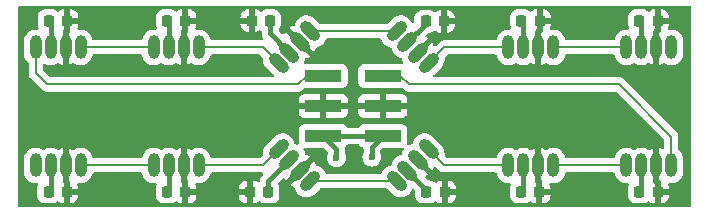
<source format=gbr>
G04 #@! TF.GenerationSoftware,KiCad,Pcbnew,8.0.6*
G04 #@! TF.CreationDate,2025-07-13T20:09:48+01:00*
G04 #@! TF.ProjectId,led-matrix,6c65642d-6d61-4747-9269-782e6b696361,0.3*
G04 #@! TF.SameCoordinates,Original*
G04 #@! TF.FileFunction,Copper,L2,Bot*
G04 #@! TF.FilePolarity,Positive*
%FSLAX46Y46*%
G04 Gerber Fmt 4.6, Leading zero omitted, Abs format (unit mm)*
G04 Created by KiCad (PCBNEW 8.0.6) date 2025-07-13 20:09:48*
%MOMM*%
%LPD*%
G01*
G04 APERTURE LIST*
G04 Aperture macros list*
%AMRoundRect*
0 Rectangle with rounded corners*
0 $1 Rounding radius*
0 $2 $3 $4 $5 $6 $7 $8 $9 X,Y pos of 4 corners*
0 Add a 4 corners polygon primitive as box body*
4,1,4,$2,$3,$4,$5,$6,$7,$8,$9,$2,$3,0*
0 Add four circle primitives for the rounded corners*
1,1,$1+$1,$2,$3*
1,1,$1+$1,$4,$5*
1,1,$1+$1,$6,$7*
1,1,$1+$1,$8,$9*
0 Add four rect primitives between the rounded corners*
20,1,$1+$1,$2,$3,$4,$5,0*
20,1,$1+$1,$4,$5,$6,$7,0*
20,1,$1+$1,$6,$7,$8,$9,0*
20,1,$1+$1,$8,$9,$2,$3,0*%
%AMHorizOval*
0 Thick line with rounded ends*
0 $1 width*
0 $2 $3 position (X,Y) of the first rounded end (center of the circle)*
0 $4 $5 position (X,Y) of the second rounded end (center of the circle)*
0 Add line between two ends*
20,1,$1,$2,$3,$4,$5,0*
0 Add two circle primitives to create the rounded ends*
1,1,$1,$2,$3*
1,1,$1,$4,$5*%
G04 Aperture macros list end*
G04 #@! TA.AperFunction,ComponentPad*
%ADD10O,1.000000X2.000000*%
G04 #@! TD*
G04 #@! TA.AperFunction,ComponentPad*
%ADD11HorizOval,1.000000X0.353553X0.353553X-0.353553X-0.353553X0*%
G04 #@! TD*
G04 #@! TA.AperFunction,ComponentPad*
%ADD12HorizOval,1.000000X-0.353553X0.353553X0.353553X-0.353553X0*%
G04 #@! TD*
G04 #@! TA.AperFunction,SMDPad,CuDef*
%ADD13RoundRect,0.225000X-0.225000X-0.250000X0.225000X-0.250000X0.225000X0.250000X-0.225000X0.250000X0*%
G04 #@! TD*
G04 #@! TA.AperFunction,SMDPad,CuDef*
%ADD14R,3.150000X1.000000*%
G04 #@! TD*
G04 #@! TA.AperFunction,SMDPad,CuDef*
%ADD15RoundRect,0.225000X0.225000X0.250000X-0.225000X0.250000X-0.225000X-0.250000X0.225000X-0.250000X0*%
G04 #@! TD*
G04 #@! TA.AperFunction,ViaPad*
%ADD16C,0.600000*%
G04 #@! TD*
G04 #@! TA.AperFunction,Conductor*
%ADD17C,0.381000*%
G04 #@! TD*
G04 #@! TA.AperFunction,Conductor*
%ADD18C,0.200000*%
G04 #@! TD*
G04 #@! TA.AperFunction,Conductor*
%ADD19C,0.310000*%
G04 #@! TD*
G04 APERTURE END LIST*
D10*
X90310000Y-58500000D03*
X89040000Y-58500000D03*
X87770000Y-58500000D03*
X86500000Y-58500000D03*
D11*
X99752038Y-69847038D03*
X98854013Y-68949013D03*
X97955987Y-68050987D03*
X97057962Y-67152962D03*
D10*
X120310000Y-58500000D03*
X119040000Y-58500000D03*
X117770000Y-58500000D03*
X116500000Y-58500000D03*
X120310000Y-68500000D03*
X119040000Y-68500000D03*
X117770000Y-68500000D03*
X116500000Y-68500000D03*
D12*
X109752038Y-67152962D03*
X108854013Y-68050987D03*
X107955987Y-68949013D03*
X107057962Y-69847038D03*
D10*
X80310000Y-58500000D03*
X79040000Y-58500000D03*
X77770000Y-58500000D03*
X76500000Y-58500000D03*
X130310000Y-58500000D03*
X129040000Y-58500000D03*
X127770000Y-58500000D03*
X126500000Y-58500000D03*
X130310000Y-68500000D03*
X129040000Y-68500000D03*
X127770000Y-68500000D03*
X126500000Y-68500000D03*
X80310000Y-68500000D03*
X79040000Y-68500000D03*
X77770000Y-68500000D03*
X76500000Y-68500000D03*
X90310000Y-68500000D03*
X89040000Y-68500000D03*
X87770000Y-68500000D03*
X86500000Y-68500000D03*
D12*
X99752038Y-57152962D03*
X98854013Y-58050987D03*
X97955987Y-58949013D03*
X97057962Y-59847038D03*
D11*
X109752038Y-59847038D03*
X108854013Y-58949013D03*
X107955987Y-58050987D03*
X107057962Y-57152962D03*
D13*
X127605000Y-70750000D03*
X129155000Y-70750000D03*
X77580000Y-70750000D03*
X79130000Y-70750000D03*
X127605000Y-56250000D03*
X129155000Y-56250000D03*
D14*
X100830000Y-65997189D03*
X105880000Y-65997189D03*
X100830000Y-63457189D03*
X105880000Y-63457189D03*
X100830000Y-60917189D03*
X105880000Y-60917189D03*
D13*
X87605000Y-70750000D03*
X89155000Y-70750000D03*
X109500000Y-56300000D03*
X111050000Y-56300000D03*
X77605000Y-56250000D03*
X79155000Y-56250000D03*
X87605000Y-56250000D03*
X89155000Y-56250000D03*
X117605000Y-56250000D03*
X119155000Y-56250000D03*
D15*
X96177400Y-70750000D03*
X94627400Y-70750000D03*
D13*
X109575000Y-70750000D03*
X111125000Y-70750000D03*
D15*
X96325000Y-56250000D03*
X94775000Y-56250000D03*
D13*
X117580000Y-70750000D03*
X119130000Y-70750000D03*
D16*
X101950000Y-67850000D03*
X104950000Y-67800000D03*
D17*
X117770000Y-58500000D02*
X117770000Y-56415000D01*
X100830000Y-65997189D02*
X105880000Y-65997189D01*
X104950000Y-67800000D02*
X104950000Y-66927189D01*
X117770000Y-68500000D02*
X117770000Y-70667189D01*
X87770000Y-68500000D02*
X87770000Y-70692189D01*
X77770000Y-58500000D02*
X77770000Y-56322189D01*
D18*
X117770000Y-70667189D02*
X117580000Y-70857189D01*
D17*
X101950000Y-67117189D02*
X100830000Y-65997189D01*
X127770000Y-56322189D02*
X127605000Y-56157189D01*
X87770000Y-70692189D02*
X87605000Y-70857189D01*
X127770000Y-58500000D02*
X127770000Y-56322189D01*
X109575000Y-70750000D02*
X109575000Y-70568026D01*
X107955987Y-58050987D02*
X109500000Y-56506974D01*
X117770000Y-56415000D02*
X117605000Y-56250000D01*
X96325000Y-56250000D02*
X96325000Y-57318026D01*
X96177400Y-69829574D02*
X96177400Y-70750000D01*
X77770000Y-70667189D02*
X77580000Y-70857189D01*
X104950000Y-66927189D02*
X105880000Y-65997189D01*
D19*
X109500000Y-56506974D02*
X109500000Y-56300000D01*
D17*
X127770000Y-68500000D02*
X127770000Y-70692189D01*
X97955987Y-68050987D02*
X96177400Y-69829574D01*
X96325000Y-57318026D02*
X97955987Y-58949013D01*
D18*
X127770000Y-70692189D02*
X127605000Y-70857189D01*
D17*
X77770000Y-56322189D02*
X77605000Y-56157189D01*
X87770000Y-56322189D02*
X87605000Y-56157189D01*
X101950000Y-67850000D02*
X101950000Y-67117189D01*
X109575000Y-70568026D02*
X107955987Y-68949013D01*
X77770000Y-68500000D02*
X77770000Y-70667189D01*
X87770000Y-58500000D02*
X87770000Y-56322189D01*
X105880000Y-63457189D02*
X100830000Y-63457189D01*
D18*
X80310000Y-58500000D02*
X86500000Y-58500000D01*
X76500000Y-60700000D02*
X77450000Y-61650000D01*
X99432811Y-60917189D02*
X100830000Y-60917189D01*
X77450000Y-61650000D02*
X98700000Y-61650000D01*
X98700000Y-61650000D02*
X99432811Y-60917189D01*
X76500000Y-58500000D02*
X76500000Y-60700000D01*
X95710924Y-58500000D02*
X97057962Y-59847038D01*
X90310000Y-58500000D02*
X95710924Y-58500000D01*
X99752038Y-57152962D02*
X107057962Y-57152962D01*
X116500000Y-58500000D02*
X111099076Y-58500000D01*
X111099076Y-58500000D02*
X109752038Y-59847038D01*
X120310000Y-58500000D02*
X126500000Y-58500000D01*
X111099076Y-68500000D02*
X109752038Y-67152962D01*
X116500000Y-68500000D02*
X111099076Y-68500000D01*
X120310000Y-68500000D02*
X126500000Y-68500000D01*
X80310000Y-68500000D02*
X86500000Y-68500000D01*
X130310000Y-58500000D02*
X130310000Y-58900000D01*
X76500000Y-68112189D02*
X76500000Y-68500000D01*
X95710924Y-68500000D02*
X97057962Y-67152962D01*
X90310000Y-68500000D02*
X95710924Y-68500000D01*
X99752038Y-69847038D02*
X107057962Y-69847038D01*
X130310000Y-66060000D02*
X130310000Y-68500000D01*
X105880000Y-60917189D02*
X107367189Y-60917189D01*
X108100000Y-61650000D02*
X125900000Y-61650000D01*
X107367189Y-60917189D02*
X108100000Y-61650000D01*
X125900000Y-61650000D02*
X130310000Y-66060000D01*
G04 #@! TA.AperFunction,Conductor*
G36*
X103827747Y-66707874D02*
G01*
X103859974Y-66737878D01*
X103947452Y-66854733D01*
X103947455Y-66854736D01*
X104062664Y-66940982D01*
X104062671Y-66940986D01*
X104178333Y-66984125D01*
X104234267Y-67025996D01*
X104258684Y-67091460D01*
X104259000Y-67100307D01*
X104259000Y-67359387D01*
X104239995Y-67425357D01*
X104224209Y-67450480D01*
X104164633Y-67620737D01*
X104164630Y-67620750D01*
X104144435Y-67799996D01*
X104144435Y-67800003D01*
X104164630Y-67979249D01*
X104164631Y-67979254D01*
X104224211Y-68149523D01*
X104265373Y-68215031D01*
X104320184Y-68302262D01*
X104447738Y-68429816D01*
X104538080Y-68486582D01*
X104597651Y-68524013D01*
X104600478Y-68525789D01*
X104678174Y-68552976D01*
X104770745Y-68585368D01*
X104770750Y-68585369D01*
X104949996Y-68605565D01*
X104950000Y-68605565D01*
X104950004Y-68605565D01*
X105129249Y-68585369D01*
X105129252Y-68585368D01*
X105129255Y-68585368D01*
X105299522Y-68525789D01*
X105452262Y-68429816D01*
X105579816Y-68302262D01*
X105675789Y-68149522D01*
X105735368Y-67979255D01*
X105737799Y-67957679D01*
X105755565Y-67800003D01*
X105755565Y-67799996D01*
X105735369Y-67620750D01*
X105735366Y-67620737D01*
X105675790Y-67450480D01*
X105660005Y-67425357D01*
X105641000Y-67359387D01*
X105641000Y-67264772D01*
X105660685Y-67197733D01*
X105677319Y-67177091D01*
X105820403Y-67034007D01*
X105881726Y-67000522D01*
X105908084Y-66997688D01*
X107502871Y-66997688D01*
X107502872Y-66997688D01*
X107502877Y-66997687D01*
X107502882Y-66997687D01*
X107508408Y-66997092D01*
X107521922Y-66995640D01*
X107590682Y-67008044D01*
X107641820Y-67055653D01*
X107659101Y-67123352D01*
X107638283Y-67187818D01*
X107614271Y-67223755D01*
X107614268Y-67223760D01*
X107538890Y-67405740D01*
X107538887Y-67405750D01*
X107517306Y-67514245D01*
X107484921Y-67576156D01*
X107424205Y-67610730D01*
X107419881Y-67611670D01*
X107310603Y-67633407D01*
X107310597Y-67633409D01*
X107128523Y-67708827D01*
X107128513Y-67708832D01*
X106964653Y-67818320D01*
X106964649Y-67818323D01*
X106825297Y-67957675D01*
X106825294Y-67957679D01*
X106715806Y-68121539D01*
X106715801Y-68121549D01*
X106640383Y-68303623D01*
X106640381Y-68303629D01*
X106618750Y-68412376D01*
X106586365Y-68474287D01*
X106525649Y-68508861D01*
X106521325Y-68509801D01*
X106412578Y-68531432D01*
X106412572Y-68531434D01*
X106230498Y-68606852D01*
X106230488Y-68606857D01*
X106066628Y-68716345D01*
X106066624Y-68716348D01*
X105927272Y-68855700D01*
X105927269Y-68855704D01*
X105817781Y-69019564D01*
X105817776Y-69019574D01*
X105755471Y-69169991D01*
X105711630Y-69224394D01*
X105645335Y-69246459D01*
X105640910Y-69246538D01*
X101169090Y-69246538D01*
X101102051Y-69226853D01*
X101056296Y-69174049D01*
X101054529Y-69169991D01*
X101008793Y-69059576D01*
X100992222Y-69019571D01*
X100992220Y-69019568D01*
X100992218Y-69019564D01*
X100882730Y-68855704D01*
X100882727Y-68855700D01*
X100743375Y-68716348D01*
X100743371Y-68716345D01*
X100579511Y-68606857D01*
X100579501Y-68606852D01*
X100397427Y-68531434D01*
X100397421Y-68531432D01*
X100288143Y-68509695D01*
X100226232Y-68477310D01*
X100191658Y-68416594D01*
X100190717Y-68412268D01*
X100169136Y-68303771D01*
X100169135Y-68303767D01*
X100093758Y-68121788D01*
X100070138Y-68086439D01*
X99275738Y-68880839D01*
X99250050Y-68784969D01*
X99194097Y-68688057D01*
X99114969Y-68608929D01*
X99018057Y-68552976D01*
X98922185Y-68527287D01*
X99716586Y-67732886D01*
X99681241Y-67709269D01*
X99681239Y-67709268D01*
X99499259Y-67633890D01*
X99499249Y-67633887D01*
X99390753Y-67612306D01*
X99328843Y-67579921D01*
X99294268Y-67519205D01*
X99293342Y-67514952D01*
X99271591Y-67405598D01*
X99196171Y-67223520D01*
X99196169Y-67223517D01*
X99196167Y-67223513D01*
X99174161Y-67190579D01*
X99153283Y-67123902D01*
X99171767Y-67056522D01*
X99223746Y-67009831D01*
X99277258Y-66997688D01*
X100801915Y-66997688D01*
X100868954Y-67017373D01*
X100889596Y-67034007D01*
X101205167Y-67349578D01*
X101238652Y-67410901D01*
X101233668Y-67480593D01*
X101226998Y-67494093D01*
X101227231Y-67494206D01*
X101224210Y-67500478D01*
X101164633Y-67670737D01*
X101164630Y-67670750D01*
X101144435Y-67849996D01*
X101144435Y-67850003D01*
X101164630Y-68029249D01*
X101164631Y-68029254D01*
X101224211Y-68199523D01*
X101289715Y-68303771D01*
X101320184Y-68352262D01*
X101447738Y-68479816D01*
X101538080Y-68536582D01*
X101568907Y-68555952D01*
X101600478Y-68575789D01*
X101770745Y-68635368D01*
X101770750Y-68635369D01*
X101949996Y-68655565D01*
X101950000Y-68655565D01*
X101950004Y-68655565D01*
X102129249Y-68635369D01*
X102129252Y-68635368D01*
X102129255Y-68635368D01*
X102299522Y-68575789D01*
X102452262Y-68479816D01*
X102579816Y-68352262D01*
X102675789Y-68199522D01*
X102735368Y-68029255D01*
X102739224Y-67995035D01*
X102755565Y-67850003D01*
X102755565Y-67849996D01*
X102735369Y-67670750D01*
X102735366Y-67670737D01*
X102675790Y-67500480D01*
X102660005Y-67475357D01*
X102641000Y-67409387D01*
X102641000Y-67049128D01*
X102638341Y-67035764D01*
X102644565Y-66966172D01*
X102685643Y-66912304D01*
X102762546Y-66854735D01*
X102795434Y-66810803D01*
X102850026Y-66737878D01*
X102905959Y-66696007D01*
X102949292Y-66688189D01*
X103760708Y-66688189D01*
X103827747Y-66707874D01*
G37*
G04 #@! TD.AperFunction*
G04 #@! TA.AperFunction,Conductor*
G36*
X89290000Y-59969862D02*
G01*
X89331690Y-59961569D01*
X89331692Y-59961569D01*
X89513673Y-59886191D01*
X89513676Y-59886189D01*
X89605657Y-59824729D01*
X89672334Y-59803850D01*
X89739715Y-59822334D01*
X89743440Y-59824728D01*
X89836079Y-59886628D01*
X89836092Y-59886635D01*
X90017001Y-59961569D01*
X90018165Y-59962051D01*
X90018169Y-59962051D01*
X90018170Y-59962052D01*
X90211456Y-60000500D01*
X90211459Y-60000500D01*
X90408543Y-60000500D01*
X90538582Y-59974632D01*
X90601835Y-59962051D01*
X90783914Y-59886632D01*
X90784579Y-59886188D01*
X90798052Y-59877185D01*
X90947782Y-59777139D01*
X91087139Y-59637782D01*
X91196632Y-59473914D01*
X91272051Y-59291835D01*
X91272272Y-59290727D01*
X91290257Y-59200309D01*
X91322642Y-59138398D01*
X91383357Y-59103824D01*
X91411874Y-59100500D01*
X95410827Y-59100500D01*
X95477866Y-59120185D01*
X95498508Y-59136819D01*
X95667590Y-59305901D01*
X95701075Y-59367224D01*
X95703909Y-59393582D01*
X95703909Y-59592029D01*
X95742356Y-59785313D01*
X95742358Y-59785321D01*
X95817776Y-59967395D01*
X95817781Y-59967405D01*
X95927269Y-60131265D01*
X95927272Y-60131269D01*
X96633822Y-60837819D01*
X96667307Y-60899142D01*
X96662323Y-60968834D01*
X96620451Y-61024767D01*
X96554987Y-61049184D01*
X96546141Y-61049500D01*
X77750097Y-61049500D01*
X77683058Y-61029815D01*
X77662416Y-61013181D01*
X77136819Y-60487584D01*
X77103334Y-60426261D01*
X77100500Y-60399903D01*
X77100500Y-59987933D01*
X77120185Y-59920894D01*
X77172989Y-59875139D01*
X77242147Y-59865195D01*
X77290690Y-59883797D01*
X77290711Y-59883759D01*
X77291021Y-59883924D01*
X77293396Y-59884835D01*
X77296079Y-59886627D01*
X77296086Y-59886632D01*
X77296092Y-59886635D01*
X77477001Y-59961569D01*
X77478165Y-59962051D01*
X77478169Y-59962051D01*
X77478170Y-59962052D01*
X77671456Y-60000500D01*
X77671459Y-60000500D01*
X77868543Y-60000500D01*
X77998582Y-59974632D01*
X78061835Y-59962051D01*
X78243914Y-59886632D01*
X78243919Y-59886628D01*
X78243922Y-59886627D01*
X78275997Y-59865195D01*
X78336559Y-59824728D01*
X78403234Y-59803850D01*
X78470614Y-59822334D01*
X78474341Y-59824728D01*
X78566321Y-59886188D01*
X78566328Y-59886192D01*
X78748308Y-59961569D01*
X78790000Y-59969862D01*
X78790000Y-58846409D01*
X78875956Y-58896037D01*
X78984048Y-58925000D01*
X79095952Y-58925000D01*
X79204044Y-58896037D01*
X79290000Y-58846409D01*
X79290000Y-59969862D01*
X79331690Y-59961569D01*
X79331692Y-59961569D01*
X79513673Y-59886191D01*
X79513676Y-59886189D01*
X79605657Y-59824729D01*
X79672334Y-59803850D01*
X79739715Y-59822334D01*
X79743440Y-59824728D01*
X79836079Y-59886628D01*
X79836092Y-59886635D01*
X80017001Y-59961569D01*
X80018165Y-59962051D01*
X80018169Y-59962051D01*
X80018170Y-59962052D01*
X80211456Y-60000500D01*
X80211459Y-60000500D01*
X80408543Y-60000500D01*
X80538582Y-59974632D01*
X80601835Y-59962051D01*
X80783914Y-59886632D01*
X80784579Y-59886188D01*
X80798052Y-59877185D01*
X80947782Y-59777139D01*
X81087139Y-59637782D01*
X81196632Y-59473914D01*
X81272051Y-59291835D01*
X81272272Y-59290727D01*
X81290257Y-59200309D01*
X81322642Y-59138398D01*
X81383357Y-59103824D01*
X81411874Y-59100500D01*
X85398126Y-59100500D01*
X85465165Y-59120185D01*
X85510920Y-59172989D01*
X85519743Y-59200309D01*
X85537946Y-59291827D01*
X85537949Y-59291836D01*
X85613364Y-59473907D01*
X85613371Y-59473920D01*
X85722860Y-59637781D01*
X85722863Y-59637785D01*
X85862214Y-59777136D01*
X85862218Y-59777139D01*
X86026079Y-59886628D01*
X86026092Y-59886635D01*
X86207001Y-59961569D01*
X86208165Y-59962051D01*
X86208169Y-59962051D01*
X86208170Y-59962052D01*
X86401456Y-60000500D01*
X86401459Y-60000500D01*
X86598543Y-60000500D01*
X86728582Y-59974632D01*
X86791835Y-59962051D01*
X86973914Y-59886632D01*
X87066109Y-59825029D01*
X87132786Y-59804151D01*
X87200166Y-59822635D01*
X87203891Y-59825029D01*
X87295423Y-59886189D01*
X87296086Y-59886632D01*
X87296088Y-59886633D01*
X87296092Y-59886635D01*
X87477001Y-59961569D01*
X87478165Y-59962051D01*
X87478169Y-59962051D01*
X87478170Y-59962052D01*
X87671456Y-60000500D01*
X87671459Y-60000500D01*
X87868543Y-60000500D01*
X87998582Y-59974632D01*
X88061835Y-59962051D01*
X88243914Y-59886632D01*
X88243919Y-59886628D01*
X88243922Y-59886627D01*
X88275997Y-59865195D01*
X88336559Y-59824728D01*
X88403234Y-59803850D01*
X88470614Y-59822334D01*
X88474341Y-59824728D01*
X88566321Y-59886188D01*
X88566328Y-59886192D01*
X88748308Y-59961569D01*
X88790000Y-59969862D01*
X88790000Y-58846409D01*
X88875956Y-58896037D01*
X88984048Y-58925000D01*
X89095952Y-58925000D01*
X89204044Y-58896037D01*
X89290000Y-58846409D01*
X89290000Y-59969862D01*
G37*
G04 #@! TD.AperFunction*
G04 #@! TA.AperFunction,Conductor*
G36*
X131942539Y-55020185D02*
G01*
X131988294Y-55072989D01*
X131999500Y-55124500D01*
X131999500Y-71875500D01*
X131979815Y-71942539D01*
X131927011Y-71988294D01*
X131875500Y-71999500D01*
X75124500Y-71999500D01*
X75057461Y-71979815D01*
X75011706Y-71927011D01*
X75000500Y-71875500D01*
X75000500Y-64005033D01*
X98755000Y-64005033D01*
X98761401Y-64064561D01*
X98761403Y-64064568D01*
X98811645Y-64199275D01*
X98811649Y-64199282D01*
X98897809Y-64314376D01*
X98897812Y-64314379D01*
X99012906Y-64400539D01*
X99012913Y-64400543D01*
X99147620Y-64450785D01*
X99147627Y-64450787D01*
X99207155Y-64457188D01*
X99207172Y-64457189D01*
X100580000Y-64457189D01*
X101080000Y-64457189D01*
X102452828Y-64457189D01*
X102452844Y-64457188D01*
X102512372Y-64450787D01*
X102512379Y-64450785D01*
X102647086Y-64400543D01*
X102647093Y-64400539D01*
X102762187Y-64314379D01*
X102762190Y-64314376D01*
X102848350Y-64199282D01*
X102848354Y-64199275D01*
X102898596Y-64064568D01*
X102898598Y-64064561D01*
X102904999Y-64005033D01*
X103805000Y-64005033D01*
X103811401Y-64064561D01*
X103811403Y-64064568D01*
X103861645Y-64199275D01*
X103861649Y-64199282D01*
X103947809Y-64314376D01*
X103947812Y-64314379D01*
X104062906Y-64400539D01*
X104062913Y-64400543D01*
X104197620Y-64450785D01*
X104197627Y-64450787D01*
X104257155Y-64457188D01*
X104257172Y-64457189D01*
X105630000Y-64457189D01*
X106130000Y-64457189D01*
X107502828Y-64457189D01*
X107502844Y-64457188D01*
X107562372Y-64450787D01*
X107562379Y-64450785D01*
X107697086Y-64400543D01*
X107697093Y-64400539D01*
X107812187Y-64314379D01*
X107812190Y-64314376D01*
X107898350Y-64199282D01*
X107898354Y-64199275D01*
X107948596Y-64064568D01*
X107948598Y-64064561D01*
X107954999Y-64005033D01*
X107955000Y-64005016D01*
X107955000Y-63707189D01*
X106130000Y-63707189D01*
X106130000Y-64457189D01*
X105630000Y-64457189D01*
X105630000Y-63707189D01*
X103805000Y-63707189D01*
X103805000Y-64005033D01*
X102904999Y-64005033D01*
X102905000Y-64005016D01*
X102905000Y-63707189D01*
X101080000Y-63707189D01*
X101080000Y-64457189D01*
X100580000Y-64457189D01*
X100580000Y-63707189D01*
X98755000Y-63707189D01*
X98755000Y-64005033D01*
X75000500Y-64005033D01*
X75000500Y-62909344D01*
X98755000Y-62909344D01*
X98755000Y-63207189D01*
X100580000Y-63207189D01*
X101080000Y-63207189D01*
X102905000Y-63207189D01*
X102905000Y-62909361D01*
X102904999Y-62909344D01*
X103805000Y-62909344D01*
X103805000Y-63207189D01*
X105630000Y-63207189D01*
X106130000Y-63207189D01*
X107955000Y-63207189D01*
X107955000Y-62909361D01*
X107954999Y-62909344D01*
X107948598Y-62849816D01*
X107948596Y-62849809D01*
X107898354Y-62715102D01*
X107898350Y-62715095D01*
X107812190Y-62600001D01*
X107812187Y-62599998D01*
X107697093Y-62513838D01*
X107697086Y-62513834D01*
X107562379Y-62463592D01*
X107562372Y-62463590D01*
X107502844Y-62457189D01*
X106130000Y-62457189D01*
X106130000Y-63207189D01*
X105630000Y-63207189D01*
X105630000Y-62457189D01*
X104257155Y-62457189D01*
X104197627Y-62463590D01*
X104197620Y-62463592D01*
X104062913Y-62513834D01*
X104062906Y-62513838D01*
X103947812Y-62599998D01*
X103947809Y-62600001D01*
X103861649Y-62715095D01*
X103861645Y-62715102D01*
X103811403Y-62849809D01*
X103811401Y-62849816D01*
X103805000Y-62909344D01*
X102904999Y-62909344D01*
X102898598Y-62849816D01*
X102898596Y-62849809D01*
X102848354Y-62715102D01*
X102848350Y-62715095D01*
X102762190Y-62600001D01*
X102762187Y-62599998D01*
X102647093Y-62513838D01*
X102647086Y-62513834D01*
X102512379Y-62463592D01*
X102512372Y-62463590D01*
X102452844Y-62457189D01*
X101080000Y-62457189D01*
X101080000Y-63207189D01*
X100580000Y-63207189D01*
X100580000Y-62457189D01*
X99207155Y-62457189D01*
X99147627Y-62463590D01*
X99147620Y-62463592D01*
X99012913Y-62513834D01*
X99012906Y-62513838D01*
X98897812Y-62599998D01*
X98897809Y-62600001D01*
X98811649Y-62715095D01*
X98811645Y-62715102D01*
X98761403Y-62849809D01*
X98761401Y-62849816D01*
X98755000Y-62909344D01*
X75000500Y-62909344D01*
X75000500Y-59098543D01*
X75499499Y-59098543D01*
X75537947Y-59291829D01*
X75537950Y-59291839D01*
X75613364Y-59473907D01*
X75613371Y-59473920D01*
X75722860Y-59637781D01*
X75722863Y-59637785D01*
X75863181Y-59778103D01*
X75896666Y-59839426D01*
X75899500Y-59865784D01*
X75899500Y-60613330D01*
X75899499Y-60613348D01*
X75899499Y-60779054D01*
X75899498Y-60779054D01*
X75899499Y-60779057D01*
X75934010Y-60907853D01*
X75940423Y-60931784D01*
X75940423Y-60931785D01*
X75966950Y-60977731D01*
X76019477Y-61068712D01*
X76019481Y-61068717D01*
X76138349Y-61187585D01*
X76138355Y-61187590D01*
X76965139Y-62014374D01*
X76965149Y-62014385D01*
X76969479Y-62018715D01*
X76969480Y-62018716D01*
X77081284Y-62130520D01*
X77168095Y-62180639D01*
X77168097Y-62180641D01*
X77206151Y-62202611D01*
X77218215Y-62209577D01*
X77370943Y-62250501D01*
X77370946Y-62250501D01*
X77536653Y-62250501D01*
X77536669Y-62250500D01*
X98613331Y-62250500D01*
X98613347Y-62250501D01*
X98620943Y-62250501D01*
X98779054Y-62250501D01*
X98779057Y-62250501D01*
X98931785Y-62209577D01*
X98981904Y-62180639D01*
X99068716Y-62130520D01*
X99180520Y-62018716D01*
X99180520Y-62018714D01*
X99190728Y-62008507D01*
X99190730Y-62008503D01*
X99245228Y-61954006D01*
X99306551Y-61920522D01*
X99332908Y-61917688D01*
X102452871Y-61917688D01*
X102452872Y-61917688D01*
X102512483Y-61911280D01*
X102647331Y-61860985D01*
X102762546Y-61774735D01*
X102848796Y-61659520D01*
X102899091Y-61524672D01*
X102905500Y-61465062D01*
X102905499Y-60369317D01*
X102899091Y-60309706D01*
X102872098Y-60237335D01*
X102848797Y-60174860D01*
X102848793Y-60174853D01*
X102762547Y-60059644D01*
X102762544Y-60059641D01*
X102647335Y-59973395D01*
X102647328Y-59973391D01*
X102512482Y-59923097D01*
X102512483Y-59923097D01*
X102452883Y-59916690D01*
X102452881Y-59916689D01*
X102452873Y-59916689D01*
X102452865Y-59916689D01*
X99323673Y-59916689D01*
X99256634Y-59897004D01*
X99210879Y-59844200D01*
X99200935Y-59775042D01*
X99209109Y-59745243D01*
X99271591Y-59594402D01*
X99293329Y-59485115D01*
X99325712Y-59423209D01*
X99386427Y-59388634D01*
X99390754Y-59387693D01*
X99499246Y-59366112D01*
X99499258Y-59366109D01*
X99681242Y-59290730D01*
X99681246Y-59290727D01*
X99716585Y-59267113D01*
X99716586Y-59267112D01*
X98922185Y-58472712D01*
X99018057Y-58447024D01*
X99114969Y-58391071D01*
X99194097Y-58311943D01*
X99250050Y-58215031D01*
X99275738Y-58119159D01*
X100070138Y-58913560D01*
X100070139Y-58913559D01*
X100093753Y-58878220D01*
X100093756Y-58878216D01*
X100169135Y-58696232D01*
X100169136Y-58696229D01*
X100190717Y-58587730D01*
X100223102Y-58525819D01*
X100283817Y-58491244D01*
X100288061Y-58490320D01*
X100397427Y-58468566D01*
X100579505Y-58393146D01*
X100743372Y-58283654D01*
X100882730Y-58144296D01*
X100992222Y-57980429D01*
X101054529Y-57830009D01*
X101098370Y-57775606D01*
X101164665Y-57753541D01*
X101169090Y-57753462D01*
X105640910Y-57753462D01*
X105707949Y-57773147D01*
X105753704Y-57825951D01*
X105755471Y-57830009D01*
X105817776Y-57980425D01*
X105817781Y-57980435D01*
X105927269Y-58144295D01*
X105927272Y-58144299D01*
X106066624Y-58283651D01*
X106066628Y-58283654D01*
X106230488Y-58393142D01*
X106230492Y-58393144D01*
X106230495Y-58393146D01*
X106412573Y-58468566D01*
X106510289Y-58488003D01*
X106521324Y-58490198D01*
X106583235Y-58522582D01*
X106617809Y-58583298D01*
X106618750Y-58587623D01*
X106640381Y-58696370D01*
X106640383Y-58696376D01*
X106715801Y-58878450D01*
X106715806Y-58878460D01*
X106825294Y-59042320D01*
X106825297Y-59042324D01*
X106964649Y-59181676D01*
X106964653Y-59181679D01*
X107128513Y-59291167D01*
X107128517Y-59291169D01*
X107128520Y-59291171D01*
X107310598Y-59366591D01*
X107419883Y-59388329D01*
X107481790Y-59420712D01*
X107516365Y-59481427D01*
X107517306Y-59485753D01*
X107538887Y-59594249D01*
X107538890Y-59594259D01*
X107601427Y-59745237D01*
X107608896Y-59814706D01*
X107577621Y-59877185D01*
X107517532Y-59912837D01*
X107486866Y-59916689D01*
X104257129Y-59916689D01*
X104257123Y-59916690D01*
X104197516Y-59923097D01*
X104062671Y-59973391D01*
X104062664Y-59973395D01*
X103947455Y-60059641D01*
X103947452Y-60059644D01*
X103861206Y-60174853D01*
X103861202Y-60174860D01*
X103810908Y-60309706D01*
X103805799Y-60357233D01*
X103804501Y-60369312D01*
X103804500Y-60369324D01*
X103804500Y-61465059D01*
X103804501Y-61465065D01*
X103810908Y-61524672D01*
X103861202Y-61659517D01*
X103861206Y-61659524D01*
X103947452Y-61774733D01*
X103947455Y-61774736D01*
X104062664Y-61860982D01*
X104062671Y-61860986D01*
X104197517Y-61911280D01*
X104197516Y-61911280D01*
X104204444Y-61912024D01*
X104257127Y-61917689D01*
X107467091Y-61917688D01*
X107534130Y-61937373D01*
X107554772Y-61954007D01*
X107615139Y-62014374D01*
X107615149Y-62014385D01*
X107619479Y-62018715D01*
X107619480Y-62018716D01*
X107731284Y-62130520D01*
X107818095Y-62180639D01*
X107818097Y-62180641D01*
X107868213Y-62209576D01*
X107868215Y-62209577D01*
X108020942Y-62250500D01*
X108020943Y-62250500D01*
X125599903Y-62250500D01*
X125666942Y-62270185D01*
X125687584Y-62286819D01*
X129673181Y-66272416D01*
X129706666Y-66333739D01*
X129709500Y-66360097D01*
X129709500Y-67012666D01*
X129689815Y-67079705D01*
X129637011Y-67125460D01*
X129567853Y-67135404D01*
X129516616Y-67115773D01*
X129513685Y-67113815D01*
X129513671Y-67113807D01*
X129331691Y-67038429D01*
X129331683Y-67038427D01*
X129290000Y-67030135D01*
X129290000Y-68153590D01*
X129204044Y-68103963D01*
X129095952Y-68075000D01*
X128984048Y-68075000D01*
X128875956Y-68103963D01*
X128790000Y-68153590D01*
X128790000Y-67030136D01*
X128789999Y-67030135D01*
X128748316Y-67038427D01*
X128748308Y-67038429D01*
X128566325Y-67113809D01*
X128474339Y-67175271D01*
X128407661Y-67196148D01*
X128340281Y-67177663D01*
X128336559Y-67175271D01*
X128275115Y-67134216D01*
X128243914Y-67113368D01*
X128243911Y-67113366D01*
X128243910Y-67113366D01*
X128061839Y-67037950D01*
X128061829Y-67037947D01*
X127868543Y-66999500D01*
X127868541Y-66999500D01*
X127671459Y-66999500D01*
X127671457Y-66999500D01*
X127478170Y-67037947D01*
X127478160Y-67037950D01*
X127296089Y-67113366D01*
X127203890Y-67174971D01*
X127137213Y-67195848D01*
X127069833Y-67177363D01*
X127066110Y-67174971D01*
X127005115Y-67134216D01*
X126973914Y-67113368D01*
X126973911Y-67113366D01*
X126973910Y-67113366D01*
X126791839Y-67037950D01*
X126791829Y-67037947D01*
X126598543Y-66999500D01*
X126598541Y-66999500D01*
X126401459Y-66999500D01*
X126401457Y-66999500D01*
X126208170Y-67037947D01*
X126208160Y-67037950D01*
X126026092Y-67113364D01*
X126026079Y-67113371D01*
X125862218Y-67222860D01*
X125862214Y-67222863D01*
X125722863Y-67362214D01*
X125722860Y-67362218D01*
X125613371Y-67526079D01*
X125613364Y-67526092D01*
X125537949Y-67708163D01*
X125537946Y-67708172D01*
X125519743Y-67799691D01*
X125487358Y-67861602D01*
X125426643Y-67896176D01*
X125398126Y-67899500D01*
X121411874Y-67899500D01*
X121344835Y-67879815D01*
X121299080Y-67827011D01*
X121290257Y-67799691D01*
X121272053Y-67708172D01*
X121272050Y-67708163D01*
X121196635Y-67526092D01*
X121196628Y-67526079D01*
X121087139Y-67362218D01*
X121087136Y-67362214D01*
X120947785Y-67222863D01*
X120947781Y-67222860D01*
X120783920Y-67113371D01*
X120783907Y-67113364D01*
X120601839Y-67037950D01*
X120601829Y-67037947D01*
X120408543Y-66999500D01*
X120408541Y-66999500D01*
X120211459Y-66999500D01*
X120211457Y-66999500D01*
X120018170Y-67037947D01*
X120018160Y-67037950D01*
X119836093Y-67113364D01*
X119836082Y-67113370D01*
X119743440Y-67175271D01*
X119676762Y-67196148D01*
X119609382Y-67177663D01*
X119605659Y-67175270D01*
X119513684Y-67113814D01*
X119513671Y-67113807D01*
X119331691Y-67038429D01*
X119331683Y-67038427D01*
X119290000Y-67030135D01*
X119290000Y-68153590D01*
X119204044Y-68103963D01*
X119095952Y-68075000D01*
X118984048Y-68075000D01*
X118875956Y-68103963D01*
X118790000Y-68153590D01*
X118790000Y-67030136D01*
X118789999Y-67030135D01*
X118748316Y-67038427D01*
X118748308Y-67038429D01*
X118566325Y-67113809D01*
X118474339Y-67175271D01*
X118407661Y-67196148D01*
X118340281Y-67177663D01*
X118336559Y-67175271D01*
X118275115Y-67134216D01*
X118243914Y-67113368D01*
X118243911Y-67113366D01*
X118243910Y-67113366D01*
X118061839Y-67037950D01*
X118061829Y-67037947D01*
X117868543Y-66999500D01*
X117868541Y-66999500D01*
X117671459Y-66999500D01*
X117671457Y-66999500D01*
X117478170Y-67037947D01*
X117478160Y-67037950D01*
X117296089Y-67113366D01*
X117203890Y-67174971D01*
X117137213Y-67195848D01*
X117069833Y-67177363D01*
X117066110Y-67174971D01*
X117005115Y-67134216D01*
X116973914Y-67113368D01*
X116973911Y-67113366D01*
X116973910Y-67113366D01*
X116791839Y-67037950D01*
X116791829Y-67037947D01*
X116598543Y-66999500D01*
X116598541Y-66999500D01*
X116401459Y-66999500D01*
X116401457Y-66999500D01*
X116208170Y-67037947D01*
X116208160Y-67037950D01*
X116026092Y-67113364D01*
X116026079Y-67113371D01*
X115862218Y-67222860D01*
X115862214Y-67222863D01*
X115722863Y-67362214D01*
X115722860Y-67362218D01*
X115613371Y-67526079D01*
X115613364Y-67526092D01*
X115537949Y-67708163D01*
X115537946Y-67708172D01*
X115519743Y-67799691D01*
X115487358Y-67861602D01*
X115426643Y-67896176D01*
X115398126Y-67899500D01*
X111399173Y-67899500D01*
X111332134Y-67879815D01*
X111311492Y-67863181D01*
X111142410Y-67694099D01*
X111108925Y-67632776D01*
X111106091Y-67606418D01*
X111106091Y-67407972D01*
X111106090Y-67407970D01*
X111096989Y-67362218D01*
X111067642Y-67214679D01*
X110992222Y-67032601D01*
X110992220Y-67032598D01*
X110992218Y-67032594D01*
X110882730Y-66868734D01*
X110882727Y-66868730D01*
X110036269Y-66022272D01*
X110036265Y-66022269D01*
X109872405Y-65912781D01*
X109872395Y-65912776D01*
X109690321Y-65837358D01*
X109690313Y-65837356D01*
X109497028Y-65798909D01*
X109497025Y-65798909D01*
X109299945Y-65798909D01*
X109299942Y-65798909D01*
X109106656Y-65837356D01*
X109106648Y-65837358D01*
X108924574Y-65912776D01*
X108924564Y-65912781D01*
X108760704Y-66022269D01*
X108760700Y-66022272D01*
X108621348Y-66161624D01*
X108621345Y-66161628D01*
X108511857Y-66325488D01*
X108511852Y-66325498D01*
X108436434Y-66507572D01*
X108436432Y-66507580D01*
X108414696Y-66616854D01*
X108382311Y-66678765D01*
X108321595Y-66713339D01*
X108317271Y-66714280D01*
X108208776Y-66735861D01*
X108208775Y-66735862D01*
X108106955Y-66778036D01*
X108037485Y-66785504D01*
X107975006Y-66754228D01*
X107939354Y-66694139D01*
X107941849Y-66624314D01*
X107943312Y-66620165D01*
X107949091Y-66604672D01*
X107955500Y-66545062D01*
X107955499Y-65449317D01*
X107949091Y-65389706D01*
X107917941Y-65306189D01*
X107898797Y-65254860D01*
X107898793Y-65254853D01*
X107812547Y-65139644D01*
X107812544Y-65139641D01*
X107697335Y-65053395D01*
X107697328Y-65053391D01*
X107562482Y-65003097D01*
X107562483Y-65003097D01*
X107502883Y-64996690D01*
X107502881Y-64996689D01*
X107502873Y-64996689D01*
X107502864Y-64996689D01*
X104257129Y-64996689D01*
X104257123Y-64996690D01*
X104197516Y-65003097D01*
X104062671Y-65053391D01*
X104062664Y-65053395D01*
X103947455Y-65139641D01*
X103947452Y-65139644D01*
X103859974Y-65256500D01*
X103804041Y-65298371D01*
X103760708Y-65306189D01*
X102949292Y-65306189D01*
X102882253Y-65286504D01*
X102850026Y-65256500D01*
X102762547Y-65139644D01*
X102762544Y-65139641D01*
X102647335Y-65053395D01*
X102647328Y-65053391D01*
X102512482Y-65003097D01*
X102512483Y-65003097D01*
X102452883Y-64996690D01*
X102452881Y-64996689D01*
X102452873Y-64996689D01*
X102452864Y-64996689D01*
X99207129Y-64996689D01*
X99207123Y-64996690D01*
X99147516Y-65003097D01*
X99012671Y-65053391D01*
X99012664Y-65053395D01*
X98897455Y-65139641D01*
X98897452Y-65139644D01*
X98811206Y-65254853D01*
X98811202Y-65254860D01*
X98760908Y-65389706D01*
X98754501Y-65449305D01*
X98754501Y-65449312D01*
X98754500Y-65449324D01*
X98754500Y-66545059D01*
X98754501Y-66545068D01*
X98760783Y-66603507D01*
X98748376Y-66672266D01*
X98700764Y-66723402D01*
X98633064Y-66740680D01*
X98607383Y-66736401D01*
X98607350Y-66736571D01*
X98601912Y-66735489D01*
X98601502Y-66735421D01*
X98601374Y-66735382D01*
X98492623Y-66713750D01*
X98430712Y-66681365D01*
X98396138Y-66620649D01*
X98395198Y-66616324D01*
X98373567Y-66507580D01*
X98373566Y-66507573D01*
X98298146Y-66325495D01*
X98298144Y-66325492D01*
X98298142Y-66325488D01*
X98188654Y-66161628D01*
X98188651Y-66161624D01*
X98049299Y-66022272D01*
X98049295Y-66022269D01*
X97885435Y-65912781D01*
X97885425Y-65912776D01*
X97703351Y-65837358D01*
X97703343Y-65837356D01*
X97510058Y-65798909D01*
X97510055Y-65798909D01*
X97312975Y-65798909D01*
X97312972Y-65798909D01*
X97119686Y-65837356D01*
X97119678Y-65837358D01*
X96937604Y-65912776D01*
X96937594Y-65912781D01*
X96773734Y-66022269D01*
X96773730Y-66022272D01*
X95927272Y-66868730D01*
X95927269Y-66868734D01*
X95817781Y-67032594D01*
X95817776Y-67032604D01*
X95742358Y-67214678D01*
X95742356Y-67214686D01*
X95703909Y-67407970D01*
X95703909Y-67606417D01*
X95684224Y-67673456D01*
X95667594Y-67694093D01*
X95498506Y-67863182D01*
X95437185Y-67896666D01*
X95410827Y-67899500D01*
X91411874Y-67899500D01*
X91344835Y-67879815D01*
X91299080Y-67827011D01*
X91290257Y-67799691D01*
X91272053Y-67708172D01*
X91272050Y-67708163D01*
X91196635Y-67526092D01*
X91196628Y-67526079D01*
X91087139Y-67362218D01*
X91087136Y-67362214D01*
X90947785Y-67222863D01*
X90947781Y-67222860D01*
X90783920Y-67113371D01*
X90783907Y-67113364D01*
X90601839Y-67037950D01*
X90601829Y-67037947D01*
X90408543Y-66999500D01*
X90408541Y-66999500D01*
X90211459Y-66999500D01*
X90211457Y-66999500D01*
X90018170Y-67037947D01*
X90018160Y-67037950D01*
X89836093Y-67113364D01*
X89836082Y-67113370D01*
X89743440Y-67175271D01*
X89676762Y-67196148D01*
X89609382Y-67177663D01*
X89605659Y-67175270D01*
X89513684Y-67113814D01*
X89513671Y-67113807D01*
X89331691Y-67038429D01*
X89331683Y-67038427D01*
X89290000Y-67030135D01*
X89290000Y-68153590D01*
X89204044Y-68103963D01*
X89095952Y-68075000D01*
X88984048Y-68075000D01*
X88875956Y-68103963D01*
X88790000Y-68153590D01*
X88790000Y-67030136D01*
X88789999Y-67030135D01*
X88748316Y-67038427D01*
X88748308Y-67038429D01*
X88566325Y-67113809D01*
X88474339Y-67175271D01*
X88407661Y-67196148D01*
X88340281Y-67177663D01*
X88336559Y-67175271D01*
X88275115Y-67134216D01*
X88243914Y-67113368D01*
X88243911Y-67113366D01*
X88243910Y-67113366D01*
X88061839Y-67037950D01*
X88061829Y-67037947D01*
X87868543Y-66999500D01*
X87868541Y-66999500D01*
X87671459Y-66999500D01*
X87671457Y-66999500D01*
X87478170Y-67037947D01*
X87478160Y-67037950D01*
X87296089Y-67113366D01*
X87203890Y-67174971D01*
X87137213Y-67195848D01*
X87069833Y-67177363D01*
X87066110Y-67174971D01*
X87005115Y-67134216D01*
X86973914Y-67113368D01*
X86973911Y-67113366D01*
X86973910Y-67113366D01*
X86791839Y-67037950D01*
X86791829Y-67037947D01*
X86598543Y-66999500D01*
X86598541Y-66999500D01*
X86401459Y-66999500D01*
X86401457Y-66999500D01*
X86208170Y-67037947D01*
X86208160Y-67037950D01*
X86026092Y-67113364D01*
X86026079Y-67113371D01*
X85862218Y-67222860D01*
X85862214Y-67222863D01*
X85722863Y-67362214D01*
X85722860Y-67362218D01*
X85613371Y-67526079D01*
X85613364Y-67526092D01*
X85537949Y-67708163D01*
X85537946Y-67708172D01*
X85519743Y-67799691D01*
X85487358Y-67861602D01*
X85426643Y-67896176D01*
X85398126Y-67899500D01*
X81411874Y-67899500D01*
X81344835Y-67879815D01*
X81299080Y-67827011D01*
X81290257Y-67799691D01*
X81272053Y-67708172D01*
X81272050Y-67708163D01*
X81196635Y-67526092D01*
X81196628Y-67526079D01*
X81087139Y-67362218D01*
X81087136Y-67362214D01*
X80947785Y-67222863D01*
X80947781Y-67222860D01*
X80783920Y-67113371D01*
X80783907Y-67113364D01*
X80601839Y-67037950D01*
X80601829Y-67037947D01*
X80408543Y-66999500D01*
X80408541Y-66999500D01*
X80211459Y-66999500D01*
X80211457Y-66999500D01*
X80018170Y-67037947D01*
X80018160Y-67037950D01*
X79836093Y-67113364D01*
X79836082Y-67113370D01*
X79743440Y-67175271D01*
X79676762Y-67196148D01*
X79609382Y-67177663D01*
X79605659Y-67175270D01*
X79513684Y-67113814D01*
X79513671Y-67113807D01*
X79331691Y-67038429D01*
X79331683Y-67038427D01*
X79290000Y-67030135D01*
X79290000Y-68153590D01*
X79204044Y-68103963D01*
X79095952Y-68075000D01*
X78984048Y-68075000D01*
X78875956Y-68103963D01*
X78790000Y-68153590D01*
X78790000Y-67030136D01*
X78789999Y-67030135D01*
X78748316Y-67038427D01*
X78748308Y-67038429D01*
X78566325Y-67113809D01*
X78474339Y-67175271D01*
X78407661Y-67196148D01*
X78340281Y-67177663D01*
X78336559Y-67175271D01*
X78275115Y-67134216D01*
X78243914Y-67113368D01*
X78243911Y-67113366D01*
X78243910Y-67113366D01*
X78061839Y-67037950D01*
X78061829Y-67037947D01*
X77868543Y-66999500D01*
X77868541Y-66999500D01*
X77671459Y-66999500D01*
X77671457Y-66999500D01*
X77478170Y-67037947D01*
X77478160Y-67037950D01*
X77296089Y-67113366D01*
X77203890Y-67174971D01*
X77137213Y-67195848D01*
X77069833Y-67177363D01*
X77066110Y-67174971D01*
X77005115Y-67134216D01*
X76973914Y-67113368D01*
X76973911Y-67113366D01*
X76973910Y-67113366D01*
X76791839Y-67037950D01*
X76791829Y-67037947D01*
X76598543Y-66999500D01*
X76598541Y-66999500D01*
X76401459Y-66999500D01*
X76401457Y-66999500D01*
X76208170Y-67037947D01*
X76208160Y-67037950D01*
X76026092Y-67113364D01*
X76026079Y-67113371D01*
X75862218Y-67222860D01*
X75862214Y-67222863D01*
X75722863Y-67362214D01*
X75722860Y-67362218D01*
X75613371Y-67526079D01*
X75613364Y-67526092D01*
X75537950Y-67708160D01*
X75537947Y-67708170D01*
X75499500Y-67901456D01*
X75499500Y-67901459D01*
X75499500Y-69098541D01*
X75499500Y-69098543D01*
X75499499Y-69098543D01*
X75537947Y-69291829D01*
X75537950Y-69291839D01*
X75613364Y-69473907D01*
X75613371Y-69473920D01*
X75722860Y-69637781D01*
X75722863Y-69637785D01*
X75862214Y-69777136D01*
X75862218Y-69777139D01*
X76026079Y-69886628D01*
X76026092Y-69886635D01*
X76188832Y-69954043D01*
X76208165Y-69962051D01*
X76208169Y-69962051D01*
X76208170Y-69962052D01*
X76401456Y-70000500D01*
X76588511Y-70000500D01*
X76655550Y-70020185D01*
X76701305Y-70072989D01*
X76711249Y-70142147D01*
X76695839Y-70184656D01*
X76696051Y-70184755D01*
X76694940Y-70187135D01*
X76694048Y-70189599D01*
X76693000Y-70191296D01*
X76692996Y-70191305D01*
X76639651Y-70352290D01*
X76629500Y-70451647D01*
X76629500Y-71048337D01*
X76629501Y-71048355D01*
X76639650Y-71147707D01*
X76639651Y-71147710D01*
X76692996Y-71308694D01*
X76693001Y-71308705D01*
X76782029Y-71453040D01*
X76782032Y-71453044D01*
X76901955Y-71572967D01*
X76901959Y-71572970D01*
X77046294Y-71661998D01*
X77046297Y-71661999D01*
X77046303Y-71662003D01*
X77207292Y-71715349D01*
X77306655Y-71725500D01*
X77853344Y-71725499D01*
X77853352Y-71725498D01*
X77853355Y-71725498D01*
X77907760Y-71719940D01*
X77952708Y-71715349D01*
X78113697Y-71662003D01*
X78258044Y-71572968D01*
X78267668Y-71563343D01*
X78328987Y-71529856D01*
X78398679Y-71534835D01*
X78443034Y-71563339D01*
X78452267Y-71572572D01*
X78452271Y-71572575D01*
X78596507Y-71661542D01*
X78596518Y-71661547D01*
X78757393Y-71714855D01*
X78856683Y-71724999D01*
X79380000Y-71724999D01*
X79403308Y-71724999D01*
X79403322Y-71724998D01*
X79502607Y-71714855D01*
X79663481Y-71661547D01*
X79663492Y-71661542D01*
X79807728Y-71572575D01*
X79807732Y-71572572D01*
X79927572Y-71452732D01*
X79927575Y-71452728D01*
X80016542Y-71308492D01*
X80016547Y-71308481D01*
X80069855Y-71147606D01*
X80079999Y-71048322D01*
X80080000Y-71048309D01*
X80080000Y-71000000D01*
X79380000Y-71000000D01*
X79380000Y-71724999D01*
X78856683Y-71724999D01*
X78880000Y-71724998D01*
X78880000Y-70043000D01*
X78865866Y-70028866D01*
X78846961Y-70023315D01*
X78801206Y-69970511D01*
X78790000Y-69919000D01*
X78790000Y-68846409D01*
X78875956Y-68896037D01*
X78984048Y-68925000D01*
X79095952Y-68925000D01*
X79204044Y-68896037D01*
X79290000Y-68846409D01*
X79290000Y-69732000D01*
X79304133Y-69746133D01*
X79323039Y-69751685D01*
X79368794Y-69804489D01*
X79380000Y-69856000D01*
X79380000Y-70500000D01*
X80079999Y-70500000D01*
X80079999Y-70451692D01*
X80079998Y-70451677D01*
X80069855Y-70352392D01*
X80016547Y-70191518D01*
X80016544Y-70191512D01*
X80004407Y-70171835D01*
X79985966Y-70104443D01*
X80006887Y-70037779D01*
X80060529Y-69993009D01*
X80129859Y-69984347D01*
X80134136Y-69985120D01*
X80211454Y-70000499D01*
X80211457Y-70000500D01*
X80211459Y-70000500D01*
X80408543Y-70000500D01*
X80561139Y-69970146D01*
X80601835Y-69962051D01*
X80783914Y-69886632D01*
X80947782Y-69777139D01*
X81087139Y-69637782D01*
X81196632Y-69473914D01*
X81272051Y-69291835D01*
X81272272Y-69290727D01*
X81290257Y-69200309D01*
X81322642Y-69138398D01*
X81383357Y-69103824D01*
X81411874Y-69100500D01*
X85398126Y-69100500D01*
X85465165Y-69120185D01*
X85510920Y-69172989D01*
X85519743Y-69200309D01*
X85537946Y-69291827D01*
X85537949Y-69291836D01*
X85613364Y-69473907D01*
X85613371Y-69473920D01*
X85722860Y-69637781D01*
X85722863Y-69637785D01*
X85862214Y-69777136D01*
X85862218Y-69777139D01*
X86026079Y-69886628D01*
X86026092Y-69886635D01*
X86188832Y-69954043D01*
X86208165Y-69962051D01*
X86208169Y-69962051D01*
X86208170Y-69962052D01*
X86401456Y-70000500D01*
X86401459Y-70000500D01*
X86598537Y-70000500D01*
X86598541Y-70000500D01*
X86598544Y-70000499D01*
X86601928Y-70000166D01*
X86603689Y-70000500D01*
X86604633Y-70000500D01*
X86604633Y-70000678D01*
X86670574Y-70013184D01*
X86721285Y-70061248D01*
X86737961Y-70129099D01*
X86720856Y-70184664D01*
X86721051Y-70184755D01*
X86720398Y-70186155D01*
X86719628Y-70188657D01*
X86718002Y-70191292D01*
X86717996Y-70191305D01*
X86664651Y-70352290D01*
X86654500Y-70451647D01*
X86654500Y-71048337D01*
X86654501Y-71048355D01*
X86664650Y-71147707D01*
X86664651Y-71147710D01*
X86717996Y-71308694D01*
X86718001Y-71308705D01*
X86807029Y-71453040D01*
X86807032Y-71453044D01*
X86926955Y-71572967D01*
X86926959Y-71572970D01*
X87071294Y-71661998D01*
X87071297Y-71661999D01*
X87071303Y-71662003D01*
X87232292Y-71715349D01*
X87331655Y-71725500D01*
X87878344Y-71725499D01*
X87878352Y-71725498D01*
X87878355Y-71725498D01*
X87932760Y-71719940D01*
X87977708Y-71715349D01*
X88138697Y-71662003D01*
X88283044Y-71572968D01*
X88292668Y-71563343D01*
X88353987Y-71529856D01*
X88423679Y-71534835D01*
X88468034Y-71563339D01*
X88477267Y-71572572D01*
X88477271Y-71572575D01*
X88621507Y-71661542D01*
X88621518Y-71661547D01*
X88782393Y-71714855D01*
X88881683Y-71724999D01*
X89405000Y-71724999D01*
X89428308Y-71724999D01*
X89428322Y-71724998D01*
X89527607Y-71714855D01*
X89688481Y-71661547D01*
X89688492Y-71661542D01*
X89832728Y-71572575D01*
X89832732Y-71572572D01*
X89952572Y-71452732D01*
X89952575Y-71452728D01*
X90041542Y-71308492D01*
X90041547Y-71308481D01*
X90094855Y-71147606D01*
X90104999Y-71048322D01*
X93677401Y-71048322D01*
X93687544Y-71147607D01*
X93740852Y-71308481D01*
X93740857Y-71308492D01*
X93829824Y-71452728D01*
X93829827Y-71452732D01*
X93949667Y-71572572D01*
X93949671Y-71572575D01*
X94093907Y-71661542D01*
X94093918Y-71661547D01*
X94254793Y-71714855D01*
X94354083Y-71724999D01*
X94377400Y-71724998D01*
X94377400Y-71000000D01*
X93677401Y-71000000D01*
X93677401Y-71048322D01*
X90104999Y-71048322D01*
X90105000Y-71048309D01*
X90105000Y-71000000D01*
X89405000Y-71000000D01*
X89405000Y-71724999D01*
X88881683Y-71724999D01*
X88905000Y-71724998D01*
X88905000Y-70043000D01*
X88901258Y-70039258D01*
X88846961Y-70023315D01*
X88801206Y-69970511D01*
X88790000Y-69919000D01*
X88790000Y-68846409D01*
X88875956Y-68896037D01*
X88984048Y-68925000D01*
X89095952Y-68925000D01*
X89204044Y-68896037D01*
X89290000Y-68846409D01*
X89290000Y-69732000D01*
X89293741Y-69735741D01*
X89348039Y-69751685D01*
X89393794Y-69804489D01*
X89405000Y-69856000D01*
X89405000Y-70500000D01*
X90104999Y-70500000D01*
X90104999Y-70451692D01*
X90104998Y-70451677D01*
X93677400Y-70451677D01*
X93677400Y-70500000D01*
X94377400Y-70500000D01*
X94377400Y-69774999D01*
X94354093Y-69775000D01*
X94354074Y-69775001D01*
X94254792Y-69785144D01*
X94093918Y-69838452D01*
X94093907Y-69838457D01*
X93949671Y-69927424D01*
X93949667Y-69927427D01*
X93829827Y-70047267D01*
X93829824Y-70047271D01*
X93740857Y-70191507D01*
X93740852Y-70191518D01*
X93687544Y-70352393D01*
X93677400Y-70451677D01*
X90104998Y-70451677D01*
X90094855Y-70352392D01*
X90041547Y-70191518D01*
X90041543Y-70191509D01*
X90032904Y-70177504D01*
X90014462Y-70110112D01*
X90035383Y-70043448D01*
X90089024Y-69998677D01*
X90158355Y-69990014D01*
X90162633Y-69990788D01*
X90211456Y-70000500D01*
X90211459Y-70000500D01*
X90408543Y-70000500D01*
X90561139Y-69970146D01*
X90601835Y-69962051D01*
X90783914Y-69886632D01*
X90947782Y-69777139D01*
X91087139Y-69637782D01*
X91196632Y-69473914D01*
X91272051Y-69291835D01*
X91272272Y-69290727D01*
X91290257Y-69200309D01*
X91322642Y-69138398D01*
X91383357Y-69103824D01*
X91411874Y-69100500D01*
X95624255Y-69100500D01*
X95624271Y-69100501D01*
X95629888Y-69100501D01*
X95631400Y-69100945D01*
X95639635Y-69101458D01*
X95639643Y-69101459D01*
X95639413Y-69103297D01*
X95696927Y-69120186D01*
X95742682Y-69172990D01*
X95752626Y-69242148D01*
X95723601Y-69305704D01*
X95717569Y-69312182D01*
X95640669Y-69389081D01*
X95640666Y-69389084D01*
X95583985Y-69473913D01*
X95583986Y-69473914D01*
X95565042Y-69502266D01*
X95512956Y-69628012D01*
X95512953Y-69628022D01*
X95486400Y-69761513D01*
X95486400Y-69817059D01*
X95466715Y-69884098D01*
X95413911Y-69929853D01*
X95344753Y-69939797D01*
X95297303Y-69922597D01*
X95160892Y-69838457D01*
X95160881Y-69838452D01*
X95000006Y-69785144D01*
X94900722Y-69775000D01*
X94877400Y-69775000D01*
X94877400Y-71724999D01*
X94900708Y-71724999D01*
X94900722Y-71724998D01*
X95000007Y-71714855D01*
X95160881Y-71661547D01*
X95160892Y-71661542D01*
X95305131Y-71572573D01*
X95314359Y-71563345D01*
X95375679Y-71529856D01*
X95445371Y-71534835D01*
X95489727Y-71563339D01*
X95499355Y-71572967D01*
X95499359Y-71572970D01*
X95643694Y-71661998D01*
X95643697Y-71661999D01*
X95643703Y-71662003D01*
X95804692Y-71715349D01*
X95904055Y-71725500D01*
X96450744Y-71725499D01*
X96450752Y-71725498D01*
X96450755Y-71725498D01*
X96505160Y-71719940D01*
X96550108Y-71715349D01*
X96711097Y-71662003D01*
X96855444Y-71572968D01*
X96975368Y-71453044D01*
X97064403Y-71308697D01*
X97117749Y-71147708D01*
X97127900Y-71048345D01*
X97127899Y-70451656D01*
X97127478Y-70447538D01*
X97117749Y-70352292D01*
X97117748Y-70352289D01*
X97064471Y-70191509D01*
X97064403Y-70191303D01*
X97012292Y-70106818D01*
X96993852Y-70039430D01*
X97014774Y-69972766D01*
X97030144Y-69954049D01*
X97364041Y-69620153D01*
X97425361Y-69586670D01*
X97495053Y-69591654D01*
X97550986Y-69633526D01*
X97566280Y-69660384D01*
X97614268Y-69776239D01*
X97614269Y-69776241D01*
X97637885Y-69811585D01*
X98432287Y-69017184D01*
X98457976Y-69113057D01*
X98513929Y-69209969D01*
X98593057Y-69289097D01*
X98689969Y-69345050D01*
X98785840Y-69370738D01*
X97991439Y-70165138D01*
X98026788Y-70188758D01*
X98208767Y-70264135D01*
X98208771Y-70264136D01*
X98317268Y-70285717D01*
X98379180Y-70318102D01*
X98413754Y-70378817D01*
X98414695Y-70383143D01*
X98436432Y-70492421D01*
X98436434Y-70492427D01*
X98511852Y-70674501D01*
X98511857Y-70674511D01*
X98621345Y-70838371D01*
X98621348Y-70838375D01*
X98760700Y-70977727D01*
X98760704Y-70977730D01*
X98924564Y-71087218D01*
X98924568Y-71087220D01*
X98924571Y-71087222D01*
X99106649Y-71162642D01*
X99299940Y-71201090D01*
X99299943Y-71201091D01*
X99299945Y-71201091D01*
X99497027Y-71201091D01*
X99497028Y-71201090D01*
X99690321Y-71162642D01*
X99872399Y-71087222D01*
X100036266Y-70977730D01*
X100530139Y-70483857D01*
X100591462Y-70450372D01*
X100617820Y-70447538D01*
X106192180Y-70447538D01*
X106259219Y-70467223D01*
X106279861Y-70483857D01*
X106773730Y-70977727D01*
X106773734Y-70977730D01*
X106937594Y-71087218D01*
X106937598Y-71087220D01*
X106937601Y-71087222D01*
X107119679Y-71162642D01*
X107312970Y-71201090D01*
X107312973Y-71201091D01*
X107312975Y-71201091D01*
X107510057Y-71201091D01*
X107510058Y-71201090D01*
X107703351Y-71162642D01*
X107885429Y-71087222D01*
X108049296Y-70977730D01*
X108188654Y-70838372D01*
X108298146Y-70674505D01*
X108346076Y-70558792D01*
X108389916Y-70504390D01*
X108456210Y-70482325D01*
X108523909Y-70499604D01*
X108548317Y-70518565D01*
X108588181Y-70558429D01*
X108621666Y-70619752D01*
X108624500Y-70646110D01*
X108624500Y-71048337D01*
X108624501Y-71048355D01*
X108634650Y-71147707D01*
X108634651Y-71147710D01*
X108687996Y-71308694D01*
X108688001Y-71308705D01*
X108777029Y-71453040D01*
X108777032Y-71453044D01*
X108896955Y-71572967D01*
X108896959Y-71572970D01*
X109041294Y-71661998D01*
X109041297Y-71661999D01*
X109041303Y-71662003D01*
X109202292Y-71715349D01*
X109301655Y-71725500D01*
X109848344Y-71725499D01*
X109848352Y-71725498D01*
X109848355Y-71725498D01*
X109902760Y-71719940D01*
X109947708Y-71715349D01*
X110108697Y-71662003D01*
X110253044Y-71572968D01*
X110262668Y-71563343D01*
X110323987Y-71529856D01*
X110393679Y-71534835D01*
X110438034Y-71563339D01*
X110447267Y-71572572D01*
X110447271Y-71572575D01*
X110591507Y-71661542D01*
X110591518Y-71661547D01*
X110752393Y-71714855D01*
X110851683Y-71724999D01*
X111375000Y-71724999D01*
X111398308Y-71724999D01*
X111398322Y-71724998D01*
X111497607Y-71714855D01*
X111658481Y-71661547D01*
X111658492Y-71661542D01*
X111802728Y-71572575D01*
X111802732Y-71572572D01*
X111922572Y-71452732D01*
X111922575Y-71452728D01*
X112011542Y-71308492D01*
X112011547Y-71308481D01*
X112064855Y-71147606D01*
X112074999Y-71048322D01*
X112075000Y-71048309D01*
X112075000Y-71000000D01*
X111375000Y-71000000D01*
X111375000Y-71724999D01*
X110851683Y-71724999D01*
X110875000Y-71724998D01*
X110875000Y-70500000D01*
X111375000Y-70500000D01*
X112074999Y-70500000D01*
X112074999Y-70451692D01*
X112074998Y-70451677D01*
X112064855Y-70352392D01*
X112011547Y-70191518D01*
X112011542Y-70191507D01*
X111922575Y-70047271D01*
X111922572Y-70047267D01*
X111802732Y-69927427D01*
X111802728Y-69927424D01*
X111658492Y-69838457D01*
X111658481Y-69838452D01*
X111497606Y-69785144D01*
X111398322Y-69775000D01*
X111375000Y-69775000D01*
X111375000Y-70500000D01*
X110875000Y-70500000D01*
X110875000Y-69774999D01*
X110851693Y-69775000D01*
X110851674Y-69775001D01*
X110752392Y-69785144D01*
X110591518Y-69838452D01*
X110591507Y-69838457D01*
X110447271Y-69927424D01*
X110447265Y-69927428D01*
X110438031Y-69936663D01*
X110376707Y-69970146D01*
X110307015Y-69965159D01*
X110262672Y-69936660D01*
X110253044Y-69927032D01*
X110253040Y-69927029D01*
X110108705Y-69838001D01*
X110108699Y-69837998D01*
X110108697Y-69837997D01*
X110045510Y-69817059D01*
X109947709Y-69784651D01*
X109848352Y-69774500D01*
X109848345Y-69774500D01*
X109810058Y-69774500D01*
X109743019Y-69754815D01*
X109722377Y-69738181D01*
X109525156Y-69540960D01*
X109491671Y-69479637D01*
X109496655Y-69409945D01*
X109538527Y-69354012D01*
X109565386Y-69338717D01*
X109681247Y-69290727D01*
X109716585Y-69267113D01*
X109716586Y-69267112D01*
X108922186Y-68472712D01*
X109018057Y-68447024D01*
X109114969Y-68391071D01*
X109194097Y-68311943D01*
X109250050Y-68215031D01*
X109275738Y-68119160D01*
X110070138Y-68913560D01*
X110070139Y-68913559D01*
X110093753Y-68878220D01*
X110093756Y-68878216D01*
X110169135Y-68696232D01*
X110169136Y-68696229D01*
X110169821Y-68692785D01*
X110170678Y-68691144D01*
X110170906Y-68690396D01*
X110171047Y-68690439D01*
X110202199Y-68630870D01*
X110262910Y-68596289D01*
X110332680Y-68600020D01*
X110379122Y-68629281D01*
X110614215Y-68864374D01*
X110614225Y-68864385D01*
X110618555Y-68868715D01*
X110618556Y-68868716D01*
X110730360Y-68980520D01*
X110730362Y-68980521D01*
X110730366Y-68980524D01*
X110798004Y-69019574D01*
X110867292Y-69059577D01*
X110979095Y-69089534D01*
X111020018Y-69100500D01*
X111020019Y-69100500D01*
X115398126Y-69100500D01*
X115465165Y-69120185D01*
X115510920Y-69172989D01*
X115519743Y-69200309D01*
X115537946Y-69291827D01*
X115537949Y-69291836D01*
X115613364Y-69473907D01*
X115613371Y-69473920D01*
X115722860Y-69637781D01*
X115722863Y-69637785D01*
X115862214Y-69777136D01*
X115862218Y-69777139D01*
X116026079Y-69886628D01*
X116026092Y-69886635D01*
X116188832Y-69954043D01*
X116208165Y-69962051D01*
X116208169Y-69962051D01*
X116208170Y-69962052D01*
X116401456Y-70000500D01*
X116588511Y-70000500D01*
X116655550Y-70020185D01*
X116701305Y-70072989D01*
X116711249Y-70142147D01*
X116695839Y-70184656D01*
X116696051Y-70184755D01*
X116694940Y-70187135D01*
X116694048Y-70189599D01*
X116693000Y-70191296D01*
X116692996Y-70191305D01*
X116639651Y-70352290D01*
X116629500Y-70451647D01*
X116629500Y-71048337D01*
X116629501Y-71048355D01*
X116639650Y-71147707D01*
X116639651Y-71147710D01*
X116692996Y-71308694D01*
X116693001Y-71308705D01*
X116782029Y-71453040D01*
X116782032Y-71453044D01*
X116901955Y-71572967D01*
X116901959Y-71572970D01*
X117046294Y-71661998D01*
X117046297Y-71661999D01*
X117046303Y-71662003D01*
X117207292Y-71715349D01*
X117306655Y-71725500D01*
X117853344Y-71725499D01*
X117853352Y-71725498D01*
X117853355Y-71725498D01*
X117907760Y-71719940D01*
X117952708Y-71715349D01*
X118113697Y-71662003D01*
X118258044Y-71572968D01*
X118267668Y-71563343D01*
X118328987Y-71529856D01*
X118398679Y-71534835D01*
X118443034Y-71563339D01*
X118452267Y-71572572D01*
X118452271Y-71572575D01*
X118596507Y-71661542D01*
X118596518Y-71661547D01*
X118757393Y-71714855D01*
X118856683Y-71724999D01*
X119380000Y-71724999D01*
X119403308Y-71724999D01*
X119403322Y-71724998D01*
X119502607Y-71714855D01*
X119663481Y-71661547D01*
X119663492Y-71661542D01*
X119807728Y-71572575D01*
X119807732Y-71572572D01*
X119927572Y-71452732D01*
X119927575Y-71452728D01*
X120016542Y-71308492D01*
X120016547Y-71308481D01*
X120069855Y-71147606D01*
X120079999Y-71048322D01*
X120080000Y-71048309D01*
X120080000Y-71000000D01*
X119380000Y-71000000D01*
X119380000Y-71724999D01*
X118856683Y-71724999D01*
X118880000Y-71724998D01*
X118880000Y-70043000D01*
X118865866Y-70028866D01*
X118846961Y-70023315D01*
X118801206Y-69970511D01*
X118790000Y-69919000D01*
X118790000Y-68846409D01*
X118875956Y-68896037D01*
X118984048Y-68925000D01*
X119095952Y-68925000D01*
X119204044Y-68896037D01*
X119290000Y-68846409D01*
X119290000Y-69732000D01*
X119304133Y-69746133D01*
X119323039Y-69751685D01*
X119368794Y-69804489D01*
X119380000Y-69856000D01*
X119380000Y-70500000D01*
X120079999Y-70500000D01*
X120079999Y-70451692D01*
X120079998Y-70451677D01*
X120069855Y-70352392D01*
X120016547Y-70191518D01*
X120016544Y-70191512D01*
X120004407Y-70171835D01*
X119985966Y-70104443D01*
X120006887Y-70037779D01*
X120060529Y-69993009D01*
X120129859Y-69984347D01*
X120134136Y-69985120D01*
X120211454Y-70000499D01*
X120211457Y-70000500D01*
X120211459Y-70000500D01*
X120408543Y-70000500D01*
X120561139Y-69970146D01*
X120601835Y-69962051D01*
X120783914Y-69886632D01*
X120947782Y-69777139D01*
X121087139Y-69637782D01*
X121196632Y-69473914D01*
X121272051Y-69291835D01*
X121272272Y-69290727D01*
X121290257Y-69200309D01*
X121322642Y-69138398D01*
X121383357Y-69103824D01*
X121411874Y-69100500D01*
X125398126Y-69100500D01*
X125465165Y-69120185D01*
X125510920Y-69172989D01*
X125519743Y-69200309D01*
X125537946Y-69291827D01*
X125537949Y-69291836D01*
X125613364Y-69473907D01*
X125613371Y-69473920D01*
X125722860Y-69637781D01*
X125722863Y-69637785D01*
X125862214Y-69777136D01*
X125862218Y-69777139D01*
X126026079Y-69886628D01*
X126026092Y-69886635D01*
X126188832Y-69954043D01*
X126208165Y-69962051D01*
X126208169Y-69962051D01*
X126208170Y-69962052D01*
X126401456Y-70000500D01*
X126401459Y-70000500D01*
X126598537Y-70000500D01*
X126598541Y-70000500D01*
X126598544Y-70000499D01*
X126601928Y-70000166D01*
X126603689Y-70000500D01*
X126604633Y-70000500D01*
X126604633Y-70000678D01*
X126670574Y-70013184D01*
X126721285Y-70061248D01*
X126737961Y-70129099D01*
X126720856Y-70184664D01*
X126721051Y-70184755D01*
X126720398Y-70186155D01*
X126719628Y-70188657D01*
X126718002Y-70191292D01*
X126717996Y-70191305D01*
X126664651Y-70352290D01*
X126654500Y-70451647D01*
X126654500Y-71048337D01*
X126654501Y-71048355D01*
X126664650Y-71147707D01*
X126664651Y-71147710D01*
X126717996Y-71308694D01*
X126718001Y-71308705D01*
X126807029Y-71453040D01*
X126807032Y-71453044D01*
X126926955Y-71572967D01*
X126926959Y-71572970D01*
X127071294Y-71661998D01*
X127071297Y-71661999D01*
X127071303Y-71662003D01*
X127232292Y-71715349D01*
X127331655Y-71725500D01*
X127878344Y-71725499D01*
X127878352Y-71725498D01*
X127878355Y-71725498D01*
X127932760Y-71719940D01*
X127977708Y-71715349D01*
X128138697Y-71662003D01*
X128283044Y-71572968D01*
X128292668Y-71563343D01*
X128353987Y-71529856D01*
X128423679Y-71534835D01*
X128468034Y-71563339D01*
X128477267Y-71572572D01*
X128477271Y-71572575D01*
X128621507Y-71661542D01*
X128621518Y-71661547D01*
X128782393Y-71714855D01*
X128881683Y-71724999D01*
X129405000Y-71724999D01*
X129428308Y-71724999D01*
X129428322Y-71724998D01*
X129527607Y-71714855D01*
X129688481Y-71661547D01*
X129688492Y-71661542D01*
X129832728Y-71572575D01*
X129832732Y-71572572D01*
X129952572Y-71452732D01*
X129952575Y-71452728D01*
X130041542Y-71308492D01*
X130041547Y-71308481D01*
X130094855Y-71147606D01*
X130104999Y-71048322D01*
X130105000Y-71048309D01*
X130105000Y-71000000D01*
X129405000Y-71000000D01*
X129405000Y-71724999D01*
X128881683Y-71724999D01*
X128905000Y-71724998D01*
X128905000Y-70043000D01*
X128901258Y-70039258D01*
X128846961Y-70023315D01*
X128801206Y-69970511D01*
X128790000Y-69919000D01*
X128790000Y-68846409D01*
X128875956Y-68896037D01*
X128984048Y-68925000D01*
X129095952Y-68925000D01*
X129204044Y-68896037D01*
X129290000Y-68846409D01*
X129290000Y-69732000D01*
X129293741Y-69735741D01*
X129348039Y-69751685D01*
X129393794Y-69804489D01*
X129405000Y-69856000D01*
X129405000Y-70500000D01*
X130104999Y-70500000D01*
X130104999Y-70451692D01*
X130104998Y-70451677D01*
X130094855Y-70352392D01*
X130041547Y-70191518D01*
X130041543Y-70191509D01*
X130032904Y-70177504D01*
X130014462Y-70110112D01*
X130035383Y-70043448D01*
X130089024Y-69998677D01*
X130158355Y-69990014D01*
X130162633Y-69990788D01*
X130211456Y-70000500D01*
X130211459Y-70000500D01*
X130408543Y-70000500D01*
X130561139Y-69970146D01*
X130601835Y-69962051D01*
X130783914Y-69886632D01*
X130947782Y-69777139D01*
X131087139Y-69637782D01*
X131196632Y-69473914D01*
X131272051Y-69291835D01*
X131288335Y-69209969D01*
X131310500Y-69098543D01*
X131310500Y-67901456D01*
X131272052Y-67708170D01*
X131272051Y-67708169D01*
X131272051Y-67708165D01*
X131241286Y-67633890D01*
X131196635Y-67526092D01*
X131196628Y-67526079D01*
X131087139Y-67362218D01*
X131087136Y-67362214D01*
X130946819Y-67221897D01*
X130913334Y-67160574D01*
X130910500Y-67134216D01*
X130910500Y-66149060D01*
X130910501Y-66149047D01*
X130910501Y-65980945D01*
X130910501Y-65980943D01*
X130869577Y-65828215D01*
X130840639Y-65778095D01*
X130790520Y-65691284D01*
X130678716Y-65579480D01*
X130678715Y-65579479D01*
X130674385Y-65575149D01*
X130674374Y-65575139D01*
X126387590Y-61288355D01*
X126387588Y-61288352D01*
X126268717Y-61169481D01*
X126268716Y-61169480D01*
X126181904Y-61119360D01*
X126181904Y-61119359D01*
X126181900Y-61119358D01*
X126131785Y-61090423D01*
X125979057Y-61049499D01*
X125820943Y-61049499D01*
X125813347Y-61049499D01*
X125813331Y-61049500D01*
X110263859Y-61049500D01*
X110196820Y-61029815D01*
X110151065Y-60977011D01*
X110141121Y-60907853D01*
X110170146Y-60844297D01*
X110176178Y-60837819D01*
X110882727Y-60131269D01*
X110882730Y-60131266D01*
X110992222Y-59967399D01*
X111067642Y-59785321D01*
X111106091Y-59592025D01*
X111106091Y-59394945D01*
X111106091Y-59393581D01*
X111125776Y-59326542D01*
X111142405Y-59305905D01*
X111311493Y-59136816D01*
X111372815Y-59103334D01*
X111399173Y-59100500D01*
X115398126Y-59100500D01*
X115465165Y-59120185D01*
X115510920Y-59172989D01*
X115519743Y-59200309D01*
X115537946Y-59291827D01*
X115537949Y-59291836D01*
X115613364Y-59473907D01*
X115613371Y-59473920D01*
X115722860Y-59637781D01*
X115722863Y-59637785D01*
X115862214Y-59777136D01*
X115862218Y-59777139D01*
X116026079Y-59886628D01*
X116026092Y-59886635D01*
X116207001Y-59961569D01*
X116208165Y-59962051D01*
X116208169Y-59962051D01*
X116208170Y-59962052D01*
X116401456Y-60000500D01*
X116401459Y-60000500D01*
X116598543Y-60000500D01*
X116728582Y-59974632D01*
X116791835Y-59962051D01*
X116973914Y-59886632D01*
X117066109Y-59825029D01*
X117132786Y-59804151D01*
X117200166Y-59822635D01*
X117203891Y-59825029D01*
X117295423Y-59886189D01*
X117296086Y-59886632D01*
X117296088Y-59886633D01*
X117296092Y-59886635D01*
X117477001Y-59961569D01*
X117478165Y-59962051D01*
X117478169Y-59962051D01*
X117478170Y-59962052D01*
X117671456Y-60000500D01*
X117671459Y-60000500D01*
X117868543Y-60000500D01*
X117998582Y-59974632D01*
X118061835Y-59962051D01*
X118243914Y-59886632D01*
X118243919Y-59886628D01*
X118243922Y-59886627D01*
X118275997Y-59865195D01*
X118336559Y-59824728D01*
X118403234Y-59803850D01*
X118470614Y-59822334D01*
X118474341Y-59824728D01*
X118566321Y-59886188D01*
X118566328Y-59886192D01*
X118748308Y-59961569D01*
X118790000Y-59969862D01*
X118790000Y-58846409D01*
X118875956Y-58896037D01*
X118984048Y-58925000D01*
X119095952Y-58925000D01*
X119204044Y-58896037D01*
X119290000Y-58846409D01*
X119290000Y-59969862D01*
X119331690Y-59961569D01*
X119331692Y-59961569D01*
X119513673Y-59886191D01*
X119513676Y-59886189D01*
X119605657Y-59824729D01*
X119672334Y-59803850D01*
X119739715Y-59822334D01*
X119743440Y-59824728D01*
X119836079Y-59886628D01*
X119836092Y-59886635D01*
X120017001Y-59961569D01*
X120018165Y-59962051D01*
X120018169Y-59962051D01*
X120018170Y-59962052D01*
X120211456Y-60000500D01*
X120211459Y-60000500D01*
X120408543Y-60000500D01*
X120538582Y-59974632D01*
X120601835Y-59962051D01*
X120783914Y-59886632D01*
X120784579Y-59886188D01*
X120798052Y-59877185D01*
X120947782Y-59777139D01*
X121087139Y-59637782D01*
X121196632Y-59473914D01*
X121272051Y-59291835D01*
X121272272Y-59290727D01*
X121290257Y-59200309D01*
X121322642Y-59138398D01*
X121383357Y-59103824D01*
X121411874Y-59100500D01*
X125398126Y-59100500D01*
X125465165Y-59120185D01*
X125510920Y-59172989D01*
X125519743Y-59200309D01*
X125537946Y-59291827D01*
X125537949Y-59291836D01*
X125613364Y-59473907D01*
X125613371Y-59473920D01*
X125722860Y-59637781D01*
X125722863Y-59637785D01*
X125862214Y-59777136D01*
X125862218Y-59777139D01*
X126026079Y-59886628D01*
X126026092Y-59886635D01*
X126207001Y-59961569D01*
X126208165Y-59962051D01*
X126208169Y-59962051D01*
X126208170Y-59962052D01*
X126401456Y-60000500D01*
X126401459Y-60000500D01*
X126598543Y-60000500D01*
X126728582Y-59974632D01*
X126791835Y-59962051D01*
X126973914Y-59886632D01*
X127066109Y-59825029D01*
X127132786Y-59804151D01*
X127200166Y-59822635D01*
X127203891Y-59825029D01*
X127295423Y-59886189D01*
X127296086Y-59886632D01*
X127296088Y-59886633D01*
X127296092Y-59886635D01*
X127477001Y-59961569D01*
X127478165Y-59962051D01*
X127478169Y-59962051D01*
X127478170Y-59962052D01*
X127671456Y-60000500D01*
X127671459Y-60000500D01*
X127868543Y-60000500D01*
X127998582Y-59974632D01*
X128061835Y-59962051D01*
X128243914Y-59886632D01*
X128243919Y-59886628D01*
X128243922Y-59886627D01*
X128275997Y-59865195D01*
X128336559Y-59824728D01*
X128403234Y-59803850D01*
X128470614Y-59822334D01*
X128474341Y-59824728D01*
X128566321Y-59886188D01*
X128566328Y-59886192D01*
X128748308Y-59961569D01*
X128790000Y-59969862D01*
X128790000Y-58846409D01*
X128875956Y-58896037D01*
X128984048Y-58925000D01*
X129095952Y-58925000D01*
X129204044Y-58896037D01*
X129290000Y-58846409D01*
X129290000Y-59969862D01*
X129331690Y-59961569D01*
X129331692Y-59961569D01*
X129513673Y-59886191D01*
X129513676Y-59886189D01*
X129605657Y-59824729D01*
X129672334Y-59803850D01*
X129739715Y-59822334D01*
X129743440Y-59824728D01*
X129836079Y-59886628D01*
X129836092Y-59886635D01*
X130017001Y-59961569D01*
X130018165Y-59962051D01*
X130018169Y-59962051D01*
X130018170Y-59962052D01*
X130211456Y-60000500D01*
X130211459Y-60000500D01*
X130408543Y-60000500D01*
X130538582Y-59974632D01*
X130601835Y-59962051D01*
X130783914Y-59886632D01*
X130784579Y-59886188D01*
X130798052Y-59877185D01*
X130947782Y-59777139D01*
X131087139Y-59637782D01*
X131196632Y-59473914D01*
X131272051Y-59291835D01*
X131288335Y-59209969D01*
X131310500Y-59098543D01*
X131310500Y-57901456D01*
X131272052Y-57708170D01*
X131272051Y-57708169D01*
X131272051Y-57708165D01*
X131272049Y-57708160D01*
X131196635Y-57526092D01*
X131196628Y-57526079D01*
X131087139Y-57362218D01*
X131087136Y-57362214D01*
X130947785Y-57222863D01*
X130947781Y-57222860D01*
X130783920Y-57113371D01*
X130783907Y-57113364D01*
X130601839Y-57037950D01*
X130601829Y-57037947D01*
X130408543Y-56999500D01*
X130408541Y-56999500D01*
X130211459Y-56999500D01*
X130162631Y-57009212D01*
X130093039Y-57002983D01*
X130037863Y-56960120D01*
X130014619Y-56894230D01*
X130030687Y-56826233D01*
X130032905Y-56822493D01*
X130041544Y-56808487D01*
X130041547Y-56808481D01*
X130094855Y-56647606D01*
X130104999Y-56548322D01*
X130105000Y-56548309D01*
X130105000Y-56500000D01*
X129405000Y-56500000D01*
X129405000Y-57144000D01*
X129385315Y-57211039D01*
X129332511Y-57256794D01*
X129292502Y-57265497D01*
X129290000Y-57268000D01*
X129290000Y-58153590D01*
X129204044Y-58103963D01*
X129095952Y-58075000D01*
X128984048Y-58075000D01*
X128875956Y-58103963D01*
X128790000Y-58153590D01*
X128790000Y-57081000D01*
X128809685Y-57013961D01*
X128862489Y-56968206D01*
X128902497Y-56959502D01*
X128905000Y-56957000D01*
X128905000Y-56000000D01*
X129405000Y-56000000D01*
X130104999Y-56000000D01*
X130104999Y-55951692D01*
X130104998Y-55951677D01*
X130094855Y-55852392D01*
X130041547Y-55691518D01*
X130041542Y-55691507D01*
X129952575Y-55547271D01*
X129952572Y-55547267D01*
X129832732Y-55427427D01*
X129832728Y-55427424D01*
X129688492Y-55338457D01*
X129688481Y-55338452D01*
X129527606Y-55285144D01*
X129428322Y-55275000D01*
X129405000Y-55275000D01*
X129405000Y-56000000D01*
X128905000Y-56000000D01*
X128905000Y-55274999D01*
X128881693Y-55275000D01*
X128881674Y-55275001D01*
X128782392Y-55285144D01*
X128621518Y-55338452D01*
X128621507Y-55338457D01*
X128477271Y-55427424D01*
X128477265Y-55427428D01*
X128468031Y-55436663D01*
X128406707Y-55470146D01*
X128337015Y-55465159D01*
X128292672Y-55436660D01*
X128283044Y-55427032D01*
X128283040Y-55427029D01*
X128138705Y-55338001D01*
X128138699Y-55337998D01*
X128138697Y-55337997D01*
X128128596Y-55334650D01*
X127977709Y-55284651D01*
X127878346Y-55274500D01*
X127331662Y-55274500D01*
X127331644Y-55274501D01*
X127232292Y-55284650D01*
X127232289Y-55284651D01*
X127071305Y-55337996D01*
X127071294Y-55338001D01*
X126926959Y-55427029D01*
X126926955Y-55427032D01*
X126807032Y-55546955D01*
X126807029Y-55546959D01*
X126718001Y-55691294D01*
X126717996Y-55691305D01*
X126664651Y-55852290D01*
X126654500Y-55951647D01*
X126654500Y-56548337D01*
X126654501Y-56548355D01*
X126664650Y-56647707D01*
X126664651Y-56647710D01*
X126717996Y-56808694D01*
X126718001Y-56808704D01*
X126719625Y-56811337D01*
X126720187Y-56813393D01*
X126721051Y-56815245D01*
X126720734Y-56815392D01*
X126738063Y-56878730D01*
X126717138Y-56945393D01*
X126663495Y-56990160D01*
X126604633Y-56999410D01*
X126604633Y-56999500D01*
X126604066Y-56999500D01*
X126601941Y-56999834D01*
X126598547Y-56999500D01*
X126598541Y-56999500D01*
X126401459Y-56999500D01*
X126401457Y-56999500D01*
X126208170Y-57037947D01*
X126208160Y-57037950D01*
X126026092Y-57113364D01*
X126026079Y-57113371D01*
X125862218Y-57222860D01*
X125862214Y-57222863D01*
X125722863Y-57362214D01*
X125722860Y-57362218D01*
X125613371Y-57526079D01*
X125613364Y-57526092D01*
X125537949Y-57708163D01*
X125537946Y-57708172D01*
X125519743Y-57799691D01*
X125487358Y-57861602D01*
X125426643Y-57896176D01*
X125398126Y-57899500D01*
X121411874Y-57899500D01*
X121344835Y-57879815D01*
X121299080Y-57827011D01*
X121290257Y-57799691D01*
X121272053Y-57708172D01*
X121272050Y-57708163D01*
X121196635Y-57526092D01*
X121196628Y-57526079D01*
X121087139Y-57362218D01*
X121087136Y-57362214D01*
X120947785Y-57222863D01*
X120947781Y-57222860D01*
X120783920Y-57113371D01*
X120783907Y-57113364D01*
X120601839Y-57037950D01*
X120601829Y-57037947D01*
X120408543Y-56999500D01*
X120408541Y-56999500D01*
X120211459Y-56999500D01*
X120162631Y-57009212D01*
X120093039Y-57002983D01*
X120037863Y-56960120D01*
X120014619Y-56894230D01*
X120030687Y-56826233D01*
X120032905Y-56822493D01*
X120041544Y-56808487D01*
X120041547Y-56808481D01*
X120094855Y-56647606D01*
X120104999Y-56548322D01*
X120105000Y-56548309D01*
X120105000Y-56500000D01*
X119405000Y-56500000D01*
X119405000Y-57144000D01*
X119385315Y-57211039D01*
X119332511Y-57256794D01*
X119292502Y-57265497D01*
X119290000Y-57268000D01*
X119290000Y-58153590D01*
X119204044Y-58103963D01*
X119095952Y-58075000D01*
X118984048Y-58075000D01*
X118875956Y-58103963D01*
X118790000Y-58153590D01*
X118790000Y-57081000D01*
X118809685Y-57013961D01*
X118862489Y-56968206D01*
X118902497Y-56959502D01*
X118905000Y-56957000D01*
X118905000Y-56000000D01*
X119405000Y-56000000D01*
X120104999Y-56000000D01*
X120104999Y-55951692D01*
X120104998Y-55951677D01*
X120094855Y-55852392D01*
X120041547Y-55691518D01*
X120041542Y-55691507D01*
X119952575Y-55547271D01*
X119952572Y-55547267D01*
X119832732Y-55427427D01*
X119832728Y-55427424D01*
X119688492Y-55338457D01*
X119688481Y-55338452D01*
X119527606Y-55285144D01*
X119428322Y-55275000D01*
X119405000Y-55275000D01*
X119405000Y-56000000D01*
X118905000Y-56000000D01*
X118905000Y-55274999D01*
X118881693Y-55275000D01*
X118881674Y-55275001D01*
X118782392Y-55285144D01*
X118621518Y-55338452D01*
X118621507Y-55338457D01*
X118477271Y-55427424D01*
X118477265Y-55427428D01*
X118468031Y-55436663D01*
X118406707Y-55470146D01*
X118337015Y-55465159D01*
X118292672Y-55436660D01*
X118283044Y-55427032D01*
X118283040Y-55427029D01*
X118138705Y-55338001D01*
X118138699Y-55337998D01*
X118138697Y-55337997D01*
X118128596Y-55334650D01*
X117977709Y-55284651D01*
X117878346Y-55274500D01*
X117331662Y-55274500D01*
X117331644Y-55274501D01*
X117232292Y-55284650D01*
X117232289Y-55284651D01*
X117071305Y-55337996D01*
X117071294Y-55338001D01*
X116926959Y-55427029D01*
X116926955Y-55427032D01*
X116807032Y-55546955D01*
X116807029Y-55546959D01*
X116718001Y-55691294D01*
X116717996Y-55691305D01*
X116664651Y-55852290D01*
X116654500Y-55951647D01*
X116654500Y-56548337D01*
X116654501Y-56548355D01*
X116664650Y-56647707D01*
X116664651Y-56647710D01*
X116717996Y-56808694D01*
X116718001Y-56808704D01*
X116719625Y-56811337D01*
X116720187Y-56813393D01*
X116721051Y-56815245D01*
X116720734Y-56815392D01*
X116738063Y-56878730D01*
X116717138Y-56945393D01*
X116663495Y-56990160D01*
X116604633Y-56999410D01*
X116604633Y-56999500D01*
X116604066Y-56999500D01*
X116601941Y-56999834D01*
X116598547Y-56999500D01*
X116598541Y-56999500D01*
X116401459Y-56999500D01*
X116401457Y-56999500D01*
X116208170Y-57037947D01*
X116208160Y-57037950D01*
X116026092Y-57113364D01*
X116026079Y-57113371D01*
X115862218Y-57222860D01*
X115862214Y-57222863D01*
X115722863Y-57362214D01*
X115722860Y-57362218D01*
X115613371Y-57526079D01*
X115613364Y-57526092D01*
X115537949Y-57708163D01*
X115537946Y-57708172D01*
X115519743Y-57799691D01*
X115487358Y-57861602D01*
X115426643Y-57896176D01*
X115398126Y-57899500D01*
X111020017Y-57899500D01*
X110980727Y-57910027D01*
X110980728Y-57910028D01*
X110867290Y-57940423D01*
X110867285Y-57940426D01*
X110730366Y-58019475D01*
X110730358Y-58019481D01*
X110618554Y-58131286D01*
X110379122Y-58370717D01*
X110317799Y-58404202D01*
X110248107Y-58399218D01*
X110192174Y-58357346D01*
X110169822Y-58307218D01*
X110169136Y-58303772D01*
X110169135Y-58303767D01*
X110093758Y-58121788D01*
X110070138Y-58086439D01*
X109275738Y-58880838D01*
X109250050Y-58784969D01*
X109194097Y-58688057D01*
X109114969Y-58608929D01*
X109018057Y-58552976D01*
X108922183Y-58527286D01*
X109716585Y-57732885D01*
X109681241Y-57709269D01*
X109565384Y-57661280D01*
X109510981Y-57617439D01*
X109488916Y-57551145D01*
X109506195Y-57483445D01*
X109525147Y-57459048D01*
X109672379Y-57311815D01*
X109733700Y-57278333D01*
X109760058Y-57275499D01*
X109773338Y-57275499D01*
X109773344Y-57275499D01*
X109773352Y-57275498D01*
X109773355Y-57275498D01*
X109827760Y-57269940D01*
X109872708Y-57265349D01*
X110033697Y-57212003D01*
X110178044Y-57122968D01*
X110187668Y-57113343D01*
X110248987Y-57079856D01*
X110318679Y-57084835D01*
X110363034Y-57113339D01*
X110372267Y-57122572D01*
X110372271Y-57122575D01*
X110516507Y-57211542D01*
X110516518Y-57211547D01*
X110677393Y-57264855D01*
X110776683Y-57274999D01*
X111300000Y-57274999D01*
X111323308Y-57274999D01*
X111323322Y-57274998D01*
X111422607Y-57264855D01*
X111583481Y-57211547D01*
X111583492Y-57211542D01*
X111727728Y-57122575D01*
X111727732Y-57122572D01*
X111847572Y-57002732D01*
X111847575Y-57002728D01*
X111936542Y-56858492D01*
X111936547Y-56858481D01*
X111989855Y-56697606D01*
X111999999Y-56598322D01*
X112000000Y-56598309D01*
X112000000Y-56550000D01*
X111300000Y-56550000D01*
X111300000Y-57274999D01*
X110776683Y-57274999D01*
X110800000Y-57274998D01*
X110800000Y-56050000D01*
X111300000Y-56050000D01*
X111999999Y-56050000D01*
X111999999Y-56001692D01*
X111999998Y-56001677D01*
X111989855Y-55902392D01*
X111936547Y-55741518D01*
X111936542Y-55741507D01*
X111847575Y-55597271D01*
X111847572Y-55597267D01*
X111727732Y-55477427D01*
X111727728Y-55477424D01*
X111583492Y-55388457D01*
X111583481Y-55388452D01*
X111422606Y-55335144D01*
X111323322Y-55325000D01*
X111300000Y-55325000D01*
X111300000Y-56050000D01*
X110800000Y-56050000D01*
X110800000Y-55324999D01*
X110776693Y-55325000D01*
X110776674Y-55325001D01*
X110677392Y-55335144D01*
X110516518Y-55388452D01*
X110516507Y-55388457D01*
X110372271Y-55477424D01*
X110372265Y-55477428D01*
X110363031Y-55486663D01*
X110301707Y-55520146D01*
X110232015Y-55515159D01*
X110187672Y-55486660D01*
X110178044Y-55477032D01*
X110178040Y-55477029D01*
X110033705Y-55388001D01*
X110033699Y-55387998D01*
X110033697Y-55387997D01*
X110033694Y-55387996D01*
X109872709Y-55334651D01*
X109773346Y-55324500D01*
X109226662Y-55324500D01*
X109226644Y-55324501D01*
X109127292Y-55334650D01*
X109127289Y-55334651D01*
X108966305Y-55387996D01*
X108966294Y-55388001D01*
X108821959Y-55477029D01*
X108821955Y-55477032D01*
X108702032Y-55596955D01*
X108702029Y-55596959D01*
X108613001Y-55741294D01*
X108612996Y-55741305D01*
X108559651Y-55902290D01*
X108549500Y-56001647D01*
X108549500Y-56308926D01*
X108529815Y-56375965D01*
X108477011Y-56421720D01*
X108407853Y-56431664D01*
X108344297Y-56402639D01*
X108310939Y-56356379D01*
X108298147Y-56325498D01*
X108298146Y-56325495D01*
X108298144Y-56325492D01*
X108298142Y-56325488D01*
X108188654Y-56161628D01*
X108188651Y-56161624D01*
X108049299Y-56022272D01*
X108049295Y-56022269D01*
X107885435Y-55912781D01*
X107885425Y-55912776D01*
X107703351Y-55837358D01*
X107703343Y-55837356D01*
X107510058Y-55798909D01*
X107510055Y-55798909D01*
X107312975Y-55798909D01*
X107312972Y-55798909D01*
X107119686Y-55837356D01*
X107119678Y-55837358D01*
X106937604Y-55912776D01*
X106937594Y-55912781D01*
X106773734Y-56022269D01*
X106773730Y-56022272D01*
X106279861Y-56516143D01*
X106218538Y-56549628D01*
X106192180Y-56552462D01*
X100617820Y-56552462D01*
X100550781Y-56532777D01*
X100530139Y-56516143D01*
X100036269Y-56022272D01*
X100036265Y-56022269D01*
X99872405Y-55912781D01*
X99872395Y-55912776D01*
X99690321Y-55837358D01*
X99690313Y-55837356D01*
X99497028Y-55798909D01*
X99497025Y-55798909D01*
X99299945Y-55798909D01*
X99299942Y-55798909D01*
X99106656Y-55837356D01*
X99106648Y-55837358D01*
X98924574Y-55912776D01*
X98924564Y-55912781D01*
X98760704Y-56022269D01*
X98760700Y-56022272D01*
X98621348Y-56161624D01*
X98621345Y-56161628D01*
X98511857Y-56325488D01*
X98511852Y-56325498D01*
X98436434Y-56507572D01*
X98436432Y-56507580D01*
X98414696Y-56616854D01*
X98382311Y-56678765D01*
X98321595Y-56713339D01*
X98317271Y-56714280D01*
X98208776Y-56735861D01*
X98208770Y-56735863D01*
X98026785Y-56811243D01*
X98026778Y-56811247D01*
X97991439Y-56834860D01*
X97991438Y-56834860D01*
X98785840Y-57629261D01*
X98689969Y-57654950D01*
X98593057Y-57710903D01*
X98513929Y-57790031D01*
X98457976Y-57886943D01*
X98432287Y-57982814D01*
X97637886Y-57188412D01*
X97637886Y-57188413D01*
X97614273Y-57223752D01*
X97614269Y-57223760D01*
X97566280Y-57339615D01*
X97522438Y-57394019D01*
X97456144Y-57416083D01*
X97388445Y-57398803D01*
X97364040Y-57379845D01*
X97240989Y-57256794D01*
X97117785Y-57133589D01*
X97084300Y-57072266D01*
X97089284Y-57002574D01*
X97117787Y-56958224D01*
X97122968Y-56953044D01*
X97123161Y-56952732D01*
X97211998Y-56808705D01*
X97211997Y-56808705D01*
X97212003Y-56808697D01*
X97265349Y-56647708D01*
X97275500Y-56548345D01*
X97275499Y-55951656D01*
X97271527Y-55912776D01*
X97265349Y-55852292D01*
X97265348Y-55852289D01*
X97228642Y-55741518D01*
X97212003Y-55691303D01*
X97211999Y-55691297D01*
X97211998Y-55691294D01*
X97122970Y-55546959D01*
X97122967Y-55546955D01*
X97003044Y-55427032D01*
X97003040Y-55427029D01*
X96858705Y-55338001D01*
X96858699Y-55337998D01*
X96858697Y-55337997D01*
X96848596Y-55334650D01*
X96697709Y-55284651D01*
X96598346Y-55274500D01*
X96051662Y-55274500D01*
X96051644Y-55274501D01*
X95952292Y-55284650D01*
X95952289Y-55284651D01*
X95791305Y-55337996D01*
X95791294Y-55338001D01*
X95646959Y-55427029D01*
X95646953Y-55427033D01*
X95637324Y-55436663D01*
X95576000Y-55470146D01*
X95506308Y-55465159D01*
X95461965Y-55436660D01*
X95452732Y-55427427D01*
X95452728Y-55427424D01*
X95308492Y-55338457D01*
X95308481Y-55338452D01*
X95147606Y-55285144D01*
X95048322Y-55275000D01*
X95025000Y-55275000D01*
X95025000Y-57224999D01*
X95048308Y-57224999D01*
X95048322Y-57224998D01*
X95147607Y-57214855D01*
X95308481Y-57161547D01*
X95308488Y-57161544D01*
X95444902Y-57077402D01*
X95512295Y-57058961D01*
X95578958Y-57079883D01*
X95623728Y-57133525D01*
X95634000Y-57182940D01*
X95634000Y-57386085D01*
X95641327Y-57422919D01*
X95641327Y-57422920D01*
X95660553Y-57519575D01*
X95660556Y-57519587D01*
X95673628Y-57551145D01*
X95712644Y-57645337D01*
X95723297Y-57661280D01*
X95753584Y-57706609D01*
X95774461Y-57773287D01*
X95755976Y-57840667D01*
X95703996Y-57887357D01*
X95650481Y-57899499D01*
X95624271Y-57899499D01*
X95624255Y-57899500D01*
X91411874Y-57899500D01*
X91344835Y-57879815D01*
X91299080Y-57827011D01*
X91290257Y-57799691D01*
X91272053Y-57708172D01*
X91272050Y-57708163D01*
X91196635Y-57526092D01*
X91196628Y-57526079D01*
X91087139Y-57362218D01*
X91087136Y-57362214D01*
X90947785Y-57222863D01*
X90947781Y-57222860D01*
X90783920Y-57113371D01*
X90783907Y-57113364D01*
X90601839Y-57037950D01*
X90601829Y-57037947D01*
X90408543Y-56999500D01*
X90408541Y-56999500D01*
X90211459Y-56999500D01*
X90162631Y-57009212D01*
X90093039Y-57002983D01*
X90037863Y-56960120D01*
X90014619Y-56894230D01*
X90030687Y-56826233D01*
X90032905Y-56822493D01*
X90041544Y-56808487D01*
X90041547Y-56808481D01*
X90094855Y-56647606D01*
X90104999Y-56548322D01*
X93825001Y-56548322D01*
X93835144Y-56647607D01*
X93888452Y-56808481D01*
X93888457Y-56808492D01*
X93977424Y-56952728D01*
X93977427Y-56952732D01*
X94097267Y-57072572D01*
X94097271Y-57072575D01*
X94241507Y-57161542D01*
X94241518Y-57161547D01*
X94402393Y-57214855D01*
X94501683Y-57224999D01*
X94525000Y-57224998D01*
X94525000Y-56500000D01*
X93825001Y-56500000D01*
X93825001Y-56548322D01*
X90104999Y-56548322D01*
X90105000Y-56548309D01*
X90105000Y-56500000D01*
X89405000Y-56500000D01*
X89405000Y-57144000D01*
X89385315Y-57211039D01*
X89332511Y-57256794D01*
X89292502Y-57265497D01*
X89290000Y-57268000D01*
X89290000Y-58153590D01*
X89204044Y-58103963D01*
X89095952Y-58075000D01*
X88984048Y-58075000D01*
X88875956Y-58103963D01*
X88790000Y-58153590D01*
X88790000Y-57081000D01*
X88809685Y-57013961D01*
X88862489Y-56968206D01*
X88902497Y-56959502D01*
X88905000Y-56957000D01*
X88905000Y-56000000D01*
X89405000Y-56000000D01*
X90104999Y-56000000D01*
X90104999Y-55951692D01*
X90104998Y-55951677D01*
X93825000Y-55951677D01*
X93825000Y-56000000D01*
X94525000Y-56000000D01*
X94525000Y-55274999D01*
X94501693Y-55275000D01*
X94501674Y-55275001D01*
X94402392Y-55285144D01*
X94241518Y-55338452D01*
X94241507Y-55338457D01*
X94097271Y-55427424D01*
X94097267Y-55427427D01*
X93977427Y-55547267D01*
X93977424Y-55547271D01*
X93888457Y-55691507D01*
X93888452Y-55691518D01*
X93835144Y-55852393D01*
X93825000Y-55951677D01*
X90104998Y-55951677D01*
X90094855Y-55852392D01*
X90041547Y-55691518D01*
X90041542Y-55691507D01*
X89952575Y-55547271D01*
X89952572Y-55547267D01*
X89832732Y-55427427D01*
X89832728Y-55427424D01*
X89688492Y-55338457D01*
X89688481Y-55338452D01*
X89527606Y-55285144D01*
X89428322Y-55275000D01*
X89405000Y-55275000D01*
X89405000Y-56000000D01*
X88905000Y-56000000D01*
X88905000Y-55274999D01*
X88881693Y-55275000D01*
X88881674Y-55275001D01*
X88782392Y-55285144D01*
X88621518Y-55338452D01*
X88621507Y-55338457D01*
X88477271Y-55427424D01*
X88477265Y-55427428D01*
X88468031Y-55436663D01*
X88406707Y-55470146D01*
X88337015Y-55465159D01*
X88292672Y-55436660D01*
X88283044Y-55427032D01*
X88283040Y-55427029D01*
X88138705Y-55338001D01*
X88138699Y-55337998D01*
X88138697Y-55337997D01*
X88128596Y-55334650D01*
X87977709Y-55284651D01*
X87878346Y-55274500D01*
X87331662Y-55274500D01*
X87331644Y-55274501D01*
X87232292Y-55284650D01*
X87232289Y-55284651D01*
X87071305Y-55337996D01*
X87071294Y-55338001D01*
X86926959Y-55427029D01*
X86926955Y-55427032D01*
X86807032Y-55546955D01*
X86807029Y-55546959D01*
X86718001Y-55691294D01*
X86717996Y-55691305D01*
X86664651Y-55852290D01*
X86654500Y-55951647D01*
X86654500Y-56548337D01*
X86654501Y-56548355D01*
X86664650Y-56647707D01*
X86664651Y-56647710D01*
X86717996Y-56808694D01*
X86718001Y-56808704D01*
X86719625Y-56811337D01*
X86720187Y-56813393D01*
X86721051Y-56815245D01*
X86720734Y-56815392D01*
X86738063Y-56878730D01*
X86717138Y-56945393D01*
X86663495Y-56990160D01*
X86604633Y-56999410D01*
X86604633Y-56999500D01*
X86604066Y-56999500D01*
X86601941Y-56999834D01*
X86598547Y-56999500D01*
X86598541Y-56999500D01*
X86401459Y-56999500D01*
X86401457Y-56999500D01*
X86208170Y-57037947D01*
X86208160Y-57037950D01*
X86026092Y-57113364D01*
X86026079Y-57113371D01*
X85862218Y-57222860D01*
X85862214Y-57222863D01*
X85722863Y-57362214D01*
X85722860Y-57362218D01*
X85613371Y-57526079D01*
X85613364Y-57526092D01*
X85537949Y-57708163D01*
X85537946Y-57708172D01*
X85519743Y-57799691D01*
X85487358Y-57861602D01*
X85426643Y-57896176D01*
X85398126Y-57899500D01*
X81411874Y-57899500D01*
X81344835Y-57879815D01*
X81299080Y-57827011D01*
X81290257Y-57799691D01*
X81272053Y-57708172D01*
X81272050Y-57708163D01*
X81196635Y-57526092D01*
X81196628Y-57526079D01*
X81087139Y-57362218D01*
X81087136Y-57362214D01*
X80947785Y-57222863D01*
X80947781Y-57222860D01*
X80783920Y-57113371D01*
X80783907Y-57113364D01*
X80601839Y-57037950D01*
X80601829Y-57037947D01*
X80408543Y-56999500D01*
X80408541Y-56999500D01*
X80211459Y-56999500D01*
X80162631Y-57009212D01*
X80093039Y-57002983D01*
X80037863Y-56960120D01*
X80014619Y-56894230D01*
X80030687Y-56826233D01*
X80032905Y-56822493D01*
X80041544Y-56808487D01*
X80041547Y-56808481D01*
X80094855Y-56647606D01*
X80104999Y-56548322D01*
X80105000Y-56548309D01*
X80105000Y-56500000D01*
X79405000Y-56500000D01*
X79405000Y-57144000D01*
X79385315Y-57211039D01*
X79332511Y-57256794D01*
X79292502Y-57265497D01*
X79290000Y-57268000D01*
X79290000Y-58153590D01*
X79204044Y-58103963D01*
X79095952Y-58075000D01*
X78984048Y-58075000D01*
X78875956Y-58103963D01*
X78790000Y-58153590D01*
X78790000Y-57081000D01*
X78809685Y-57013961D01*
X78862489Y-56968206D01*
X78902497Y-56959502D01*
X78905000Y-56957000D01*
X78905000Y-56000000D01*
X79405000Y-56000000D01*
X80104999Y-56000000D01*
X80104999Y-55951692D01*
X80104998Y-55951677D01*
X80094855Y-55852392D01*
X80041547Y-55691518D01*
X80041542Y-55691507D01*
X79952575Y-55547271D01*
X79952572Y-55547267D01*
X79832732Y-55427427D01*
X79832728Y-55427424D01*
X79688492Y-55338457D01*
X79688481Y-55338452D01*
X79527606Y-55285144D01*
X79428322Y-55275000D01*
X79405000Y-55275000D01*
X79405000Y-56000000D01*
X78905000Y-56000000D01*
X78905000Y-55274999D01*
X78881693Y-55275000D01*
X78881674Y-55275001D01*
X78782392Y-55285144D01*
X78621518Y-55338452D01*
X78621507Y-55338457D01*
X78477271Y-55427424D01*
X78477265Y-55427428D01*
X78468031Y-55436663D01*
X78406707Y-55470146D01*
X78337015Y-55465159D01*
X78292672Y-55436660D01*
X78283044Y-55427032D01*
X78283040Y-55427029D01*
X78138705Y-55338001D01*
X78138699Y-55337998D01*
X78138697Y-55337997D01*
X78128596Y-55334650D01*
X77977709Y-55284651D01*
X77878346Y-55274500D01*
X77331662Y-55274500D01*
X77331644Y-55274501D01*
X77232292Y-55284650D01*
X77232289Y-55284651D01*
X77071305Y-55337996D01*
X77071294Y-55338001D01*
X76926959Y-55427029D01*
X76926955Y-55427032D01*
X76807032Y-55546955D01*
X76807029Y-55546959D01*
X76718001Y-55691294D01*
X76717996Y-55691305D01*
X76664651Y-55852290D01*
X76654500Y-55951647D01*
X76654500Y-56548337D01*
X76654501Y-56548355D01*
X76664650Y-56647707D01*
X76664651Y-56647710D01*
X76717996Y-56808694D01*
X76718001Y-56808704D01*
X76719625Y-56811337D01*
X76720187Y-56813393D01*
X76721051Y-56815245D01*
X76720734Y-56815392D01*
X76738063Y-56878730D01*
X76717138Y-56945393D01*
X76663495Y-56990160D01*
X76604633Y-56999410D01*
X76604633Y-56999500D01*
X76604066Y-56999500D01*
X76601941Y-56999834D01*
X76598547Y-56999500D01*
X76598541Y-56999500D01*
X76401459Y-56999500D01*
X76401457Y-56999500D01*
X76208170Y-57037947D01*
X76208160Y-57037950D01*
X76026092Y-57113364D01*
X76026079Y-57113371D01*
X75862218Y-57222860D01*
X75862214Y-57222863D01*
X75722863Y-57362214D01*
X75722860Y-57362218D01*
X75613371Y-57526079D01*
X75613364Y-57526092D01*
X75537950Y-57708160D01*
X75537947Y-57708170D01*
X75499500Y-57901456D01*
X75499500Y-57901459D01*
X75499500Y-59098541D01*
X75499500Y-59098543D01*
X75499499Y-59098543D01*
X75000500Y-59098543D01*
X75000500Y-55124500D01*
X75020185Y-55057461D01*
X75072989Y-55011706D01*
X75124500Y-55000500D01*
X131875500Y-55000500D01*
X131942539Y-55020185D01*
G37*
G04 #@! TD.AperFunction*
M02*

</source>
